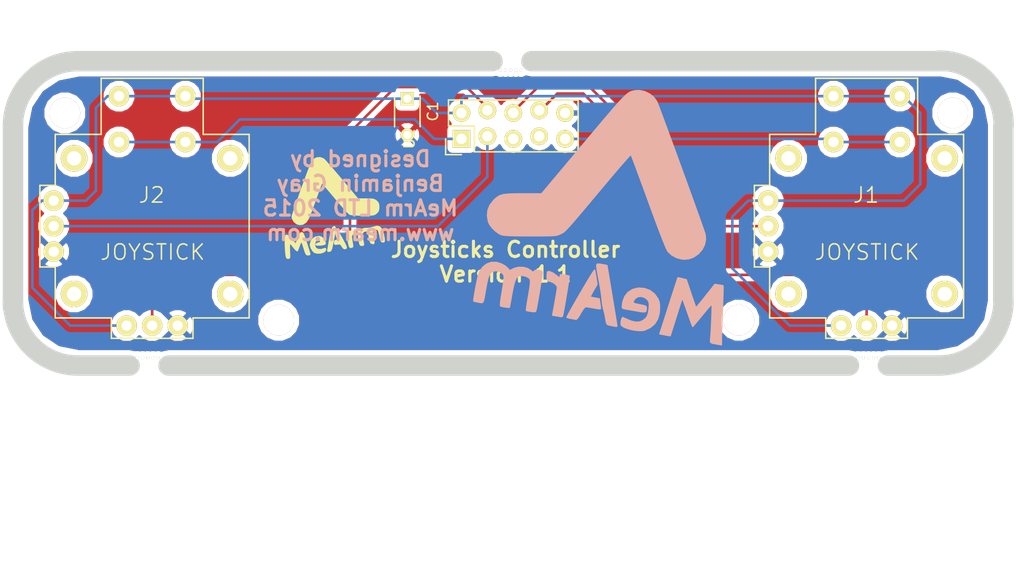
<source format=kicad_pcb>
(kicad_pcb (version 4) (host pcbnew "(2015-01-16 BZR 5376)-product")

  (general
    (links 22)
    (no_connects 0)
    (area 85.09 78.176 185.420001 135.200001)
    (thickness 1.6)
    (drawings 18)
    (tracks 72)
    (zones 0)
    (modules 25)
    (nets 11)
  )

  (page A4)
  (layers
    (0 F.Cu signal)
    (31 B.Cu signal)
    (32 B.Adhes user)
    (33 F.Adhes user)
    (34 B.Paste user)
    (35 F.Paste user)
    (36 B.SilkS user)
    (37 F.SilkS user)
    (38 B.Mask user)
    (39 F.Mask user)
    (40 Dwgs.User user)
    (41 Cmts.User user)
    (42 Eco1.User user)
    (43 Eco2.User user hide)
    (44 Edge.Cuts user)
    (45 Margin user)
    (46 B.CrtYd user)
    (47 F.CrtYd user)
    (48 B.Fab user)
    (49 F.Fab user)
  )

  (setup
    (last_trace_width 0.254)
    (user_trace_width 2)
    (trace_clearance 0.254)
    (zone_clearance 0.508)
    (zone_45_only no)
    (trace_min 0.254)
    (segment_width 0.2)
    (edge_width 2)
    (via_size 0.889)
    (via_drill 0.635)
    (via_min_size 0.889)
    (via_min_drill 0.508)
    (uvia_size 0.508)
    (uvia_drill 0.127)
    (uvias_allowed no)
    (uvia_min_size 0.508)
    (uvia_min_drill 0.127)
    (pcb_text_width 0.3)
    (pcb_text_size 1.5 1.5)
    (mod_edge_width 0.15)
    (mod_text_size 1 1)
    (mod_text_width 0.15)
    (pad_size 2 2)
    (pad_drill 1)
    (pad_to_mask_clearance 0)
    (aux_axis_origin 0 0)
    (visible_elements 7FFFFFFF)
    (pcbplotparams
      (layerselection 0x010f0_80000001)
      (usegerberextensions true)
      (excludeedgelayer true)
      (linewidth 0.100000)
      (plotframeref false)
      (viasonmask false)
      (mode 1)
      (useauxorigin false)
      (hpglpennumber 1)
      (hpglpenspeed 20)
      (hpglpendiameter 15)
      (hpglpenoverlay 2)
      (psnegative false)
      (psa4output false)
      (plotreference true)
      (plotvalue true)
      (plotinvisibletext false)
      (padsonsilk false)
      (subtractmaskfromsilk true)
      (outputformat 1)
      (mirror false)
      (drillshape 0)
      (scaleselection 1)
      (outputdirectory ""))
  )

  (net 0 "")
  (net 1 VCC)
  (net 2 GND)
  (net 3 A2)
  (net 4 A3)
  (net 5 S2)
  (net 6 A0)
  (net 7 A1)
  (net 8 S1)
  (net 9 "Net-(U1-Pad5)")
  (net 10 "Net-(U1-Pad7)")

  (net_class Default "This is the default net class."
    (clearance 0.254)
    (trace_width 0.254)
    (via_dia 0.889)
    (via_drill 0.635)
    (uvia_dia 0.508)
    (uvia_drill 0.127)
    (add_net A0)
    (add_net A1)
    (add_net A2)
    (add_net A3)
    (add_net GND)
    (add_net "Net-(U1-Pad5)")
    (add_net "Net-(U1-Pad7)")
    (add_net S1)
    (add_net S2)
    (add_net VCC)
  )

  (module Brains:JOYSTICKS (layer F.Cu) (tedit 55F2F52C) (tstamp 55140B3E)
    (at 170 100)
    (path /5513FB2B)
    (fp_text reference J1 (at -0.05 -3.05) (layer F.SilkS)
      (effects (font (size 1.5 1.5) (thickness 0.15)))
    )
    (fp_text value JOYSTICK (at 0.05 2.55) (layer F.SilkS)
      (effects (font (size 1.5 1.5) (thickness 0.15)))
    )
    (fp_line (start -11 4) (end -9.5 4) (layer F.SilkS) (width 0.15))
    (fp_line (start -9.5 4) (end -9.5 8.5) (layer F.SilkS) (width 0.15))
    (fp_line (start -9.5 8.5) (end -9.5 9) (layer F.SilkS) (width 0.15))
    (fp_line (start -9.5 9) (end -4 9) (layer F.SilkS) (width 0.15))
    (fp_line (start -4 9) (end -4 11) (layer F.SilkS) (width 0.15))
    (fp_line (start -4 11) (end 4 11) (layer F.SilkS) (width 0.15))
    (fp_line (start 4 11) (end 4 9) (layer F.SilkS) (width 0.15))
    (fp_line (start 4 9) (end 9.5 9) (layer F.SilkS) (width 0.15))
    (fp_line (start 9.5 9) (end 9.5 -8.5) (layer F.SilkS) (width 0.15))
    (fp_line (start 9.5 -8.5) (end 9.5 -9) (layer F.SilkS) (width 0.15))
    (fp_line (start 9.5 -9) (end 5 -9) (layer F.SilkS) (width 0.15))
    (fp_line (start 5 -9) (end 5 -14.5) (layer F.SilkS) (width 0.15))
    (fp_line (start 5 -14.5) (end -5 -14.5) (layer F.SilkS) (width 0.15))
    (fp_line (start -5 -14.5) (end -5 -9) (layer F.SilkS) (width 0.15))
    (fp_line (start -5 -9) (end -9.5 -9) (layer F.SilkS) (width 0.15))
    (fp_line (start -9.5 -9) (end -9.5 -4) (layer F.SilkS) (width 0.15))
    (fp_line (start -9.5 -4) (end -11 -4) (layer F.SilkS) (width 0.15))
    (fp_line (start -11 -4) (end -11 4) (layer F.SilkS) (width 0.15))
    (pad "" thru_hole circle (at -7.65 -6.65) (size 2.6 2.6) (drill 1.4) (layers *.Cu *.Mask F.SilkS))
    (pad "" thru_hole circle (at 7.65 -6.65) (size 2.6 2.6) (drill 1.4) (layers *.Cu *.Mask F.SilkS))
    (pad "" thru_hole circle (at 7.65 6.65) (size 2.6 2.6) (drill 1.4) (layers *.Cu *.Mask F.SilkS))
    (pad "" thru_hole circle (at -7.65 6.65) (size 2.6 2.6) (drill 1.4) (layers *.Cu *.Mask F.SilkS))
    (pad 4 thru_hole circle (at -9.65 0) (size 2 2) (drill 1) (layers *.Cu *.Mask F.SilkS)
      (net 3 A2))
    (pad 3 thru_hole circle (at -9.65 -2.5) (size 2 2) (drill 1) (layers *.Cu *.Mask F.SilkS)
      (net 1 VCC))
    (pad 5 thru_hole circle (at -9.65 2.5) (size 2 2) (drill 1) (layers *.Cu *.Mask F.SilkS)
      (net 2 GND))
    (pad 7 thru_hole circle (at 0 9.75) (size 2 2) (drill 1) (layers *.Cu *.Mask F.SilkS)
      (net 4 A3))
    (pad 6 thru_hole circle (at -2.5 9.75) (size 2 2) (drill 1) (layers *.Cu *.Mask F.SilkS)
      (net 1 VCC))
    (pad 8 thru_hole circle (at 2.5 9.75) (size 2 2) (drill 1) (layers *.Cu *.Mask F.SilkS)
      (net 2 GND))
    (pad 1 thru_hole circle (at -3.25 -8.25) (size 2 2) (drill 1) (layers *.Cu *.Mask F.SilkS)
      (net 5 S2))
    (pad 1 thru_hole circle (at 3.25 -8.25) (size 2 2) (drill 1) (layers *.Cu *.Mask F.SilkS)
      (net 5 S2))
    (pad 2 thru_hole circle (at 3.25 -12.75) (size 2 2) (drill 1) (layers *.Cu *.Mask F.SilkS)
      (net 1 VCC))
    (pad 2 thru_hole circle (at -3.25 -12.75) (size 2 2) (drill 1) (layers *.Cu *.Mask F.SilkS)
      (net 1 VCC))
  )

  (module JOYSTICKS (layer F.Cu) (tedit 55F2F4B7) (tstamp 55F18836)
    (at 100 100)
    (path /5513FA9E)
    (fp_text reference J2 (at -0.05 -3.05) (layer F.SilkS)
      (effects (font (size 1.5 1.5) (thickness 0.15)))
    )
    (fp_text value JOYSTICK (at 0.05 2.55) (layer F.SilkS)
      (effects (font (size 1.5 1.5) (thickness 0.15)))
    )
    (fp_line (start -11 4) (end -9.5 4) (layer F.SilkS) (width 0.15))
    (fp_line (start -9.5 4) (end -9.5 8.5) (layer F.SilkS) (width 0.15))
    (fp_line (start -9.5 8.5) (end -9.5 9) (layer F.SilkS) (width 0.15))
    (fp_line (start -9.5 9) (end -4 9) (layer F.SilkS) (width 0.15))
    (fp_line (start -4 9) (end -4 11) (layer F.SilkS) (width 0.15))
    (fp_line (start -4 11) (end 4 11) (layer F.SilkS) (width 0.15))
    (fp_line (start 4 11) (end 4 9) (layer F.SilkS) (width 0.15))
    (fp_line (start 4 9) (end 9.5 9) (layer F.SilkS) (width 0.15))
    (fp_line (start 9.5 9) (end 9.5 -8.5) (layer F.SilkS) (width 0.15))
    (fp_line (start 9.5 -8.5) (end 9.5 -9) (layer F.SilkS) (width 0.15))
    (fp_line (start 9.5 -9) (end 5 -9) (layer F.SilkS) (width 0.15))
    (fp_line (start 5 -9) (end 5 -14.5) (layer F.SilkS) (width 0.15))
    (fp_line (start 5 -14.5) (end -5 -14.5) (layer F.SilkS) (width 0.15))
    (fp_line (start -5 -14.5) (end -5 -9) (layer F.SilkS) (width 0.15))
    (fp_line (start -5 -9) (end -9.5 -9) (layer F.SilkS) (width 0.15))
    (fp_line (start -9.5 -9) (end -9.5 -4) (layer F.SilkS) (width 0.15))
    (fp_line (start -9.5 -4) (end -11 -4) (layer F.SilkS) (width 0.15))
    (fp_line (start -11 -4) (end -11 4) (layer F.SilkS) (width 0.15))
    (pad "" thru_hole circle (at -7.65 -6.65) (size 2.6 2.6) (drill 1.4) (layers *.Cu *.Mask F.SilkS))
    (pad "" thru_hole circle (at 7.65 -6.65) (size 2.6 2.6) (drill 1.4) (layers *.Cu *.Mask F.SilkS))
    (pad "" thru_hole circle (at 7.65 6.65) (size 2.6 2.6) (drill 1.4) (layers *.Cu *.Mask F.SilkS))
    (pad "" thru_hole circle (at -7.65 6.65) (size 2.6 2.6) (drill 1.4) (layers *.Cu *.Mask F.SilkS))
    (pad 4 thru_hole circle (at -9.65 0) (size 2 2) (drill 1) (layers *.Cu *.Mask F.SilkS)
      (net 6 A0))
    (pad 3 thru_hole circle (at -9.65 -2.5) (size 2 2) (drill 1) (layers *.Cu *.Mask F.SilkS)
      (net 1 VCC))
    (pad 5 thru_hole circle (at -9.65 2.5) (size 2 2) (drill 1) (layers *.Cu *.Mask F.SilkS)
      (net 2 GND))
    (pad 7 thru_hole circle (at 0 9.75) (size 2 2) (drill 1) (layers *.Cu *.Mask F.SilkS)
      (net 7 A1))
    (pad 6 thru_hole circle (at -2.5 9.75) (size 2 2) (drill 1) (layers *.Cu *.Mask F.SilkS)
      (net 1 VCC))
    (pad 8 thru_hole circle (at 2.5 9.75) (size 2 2) (drill 1) (layers *.Cu *.Mask F.SilkS)
      (net 2 GND))
    (pad 1 thru_hole circle (at -3.25 -8.25) (size 2 2) (drill 1) (layers *.Cu *.Mask F.SilkS)
      (net 8 S1))
    (pad 1 thru_hole circle (at 3.25 -8.25) (size 2 2) (drill 1) (layers *.Cu *.Mask F.SilkS)
      (net 8 S1))
    (pad 2 thru_hole circle (at 3.25 -12.75) (size 2 2) (drill 1) (layers *.Cu *.Mask F.SilkS)
      (net 1 VCC))
    (pad 2 thru_hole circle (at -3.25 -12.75) (size 2 2) (drill 1) (layers *.Cu *.Mask F.SilkS)
      (net 1 VCC))
  )

  (module Pin_Headers:Pin_Header_Straight_2x05 (layer F.Cu) (tedit 55140B43) (tstamp 55140B86)
    (at 130.302 91.44 90)
    (descr "Through hole pin header")
    (tags "pin header")
    (path /5513F1F6)
    (fp_text reference U1 (at 0 -5.1 90) (layer F.SilkS)
      (effects (font (size 1 1) (thickness 0.15)))
    )
    (fp_text value JoyConnectISP (at 0 -3.1 90) (layer F.Fab)
      (effects (font (size 1 1) (thickness 0.15)))
    )
    (fp_line (start -1.75 -1.75) (end -1.75 11.95) (layer F.CrtYd) (width 0.05))
    (fp_line (start 4.3 -1.75) (end 4.3 11.95) (layer F.CrtYd) (width 0.05))
    (fp_line (start -1.75 -1.75) (end 4.3 -1.75) (layer F.CrtYd) (width 0.05))
    (fp_line (start -1.75 11.95) (end 4.3 11.95) (layer F.CrtYd) (width 0.05))
    (fp_line (start 3.81 -1.27) (end 3.81 11.43) (layer F.SilkS) (width 0.15))
    (fp_line (start 3.81 11.43) (end -1.27 11.43) (layer F.SilkS) (width 0.15))
    (fp_line (start -1.27 11.43) (end -1.27 1.27) (layer F.SilkS) (width 0.15))
    (fp_line (start 3.81 -1.27) (end 1.27 -1.27) (layer F.SilkS) (width 0.15))
    (fp_line (start 0 -1.55) (end -1.55 -1.55) (layer F.SilkS) (width 0.15))
    (fp_line (start 1.27 -1.27) (end 1.27 1.27) (layer F.SilkS) (width 0.15))
    (fp_line (start 1.27 1.27) (end -1.27 1.27) (layer F.SilkS) (width 0.15))
    (fp_line (start -1.55 -1.55) (end -1.55 0) (layer F.SilkS) (width 0.15))
    (pad 1 thru_hole rect (at 0 0 90) (size 1.7272 1.7272) (drill 1.016) (layers *.Cu *.Mask F.SilkS)
      (net 8 S1))
    (pad 2 thru_hole oval (at 2.54 0 90) (size 1.7272 1.7272) (drill 1.016) (layers *.Cu *.Mask F.SilkS)
      (net 1 VCC))
    (pad 3 thru_hole oval (at 0.254 2.54 90) (size 1.7272 1.7272) (drill 1.016) (layers *.Cu *.Mask F.SilkS)
      (net 6 A0))
    (pad 4 thru_hole oval (at 2.794 2.54 90) (size 1.7272 1.7272) (drill 1.016) (layers *.Cu *.Mask F.SilkS)
      (net 7 A1))
    (pad 5 thru_hole oval (at 0 5.08 90) (size 1.7272 1.7272) (drill 1.016) (layers *.Cu *.Mask F.SilkS)
      (net 9 "Net-(U1-Pad5)"))
    (pad 6 thru_hole oval (at 2.54 5.08 90) (size 1.7272 1.7272) (drill 1.016) (layers *.Cu *.Mask F.SilkS)
      (net 3 A2))
    (pad 7 thru_hole oval (at 0.254 7.62 90) (size 1.7272 1.7272) (drill 1.016) (layers *.Cu *.Mask F.SilkS)
      (net 10 "Net-(U1-Pad7)"))
    (pad 8 thru_hole oval (at 2.794 7.62 90) (size 1.7272 1.7272) (drill 1.016) (layers *.Cu *.Mask F.SilkS)
      (net 4 A3))
    (pad 9 thru_hole oval (at 0 10.16 90) (size 1.7272 1.7272) (drill 1.016) (layers *.Cu *.Mask F.SilkS)
      (net 5 S2))
    (pad 10 thru_hole oval (at 2.54 10.16 90) (size 1.7272 1.7272) (drill 1.016) (layers *.Cu *.Mask F.SilkS)
      (net 2 GND))
    (model Pin_Headers.3dshapes/Pin_Header_Straight_2x05.wrl
      (at (xyz 0.05 -0.2 0))
      (scale (xyz 1 1 1))
      (rotate (xyz 0 0 90))
    )
  )

  (module Capacitors_ThroughHole:C_Disc_D3_P2.5 (layer F.Cu) (tedit 55F2E4D7) (tstamp 55140B2C)
    (at 125 87.5 270)
    (descr "Capacitor 3mm Disc, Pitch 2.5mm")
    (tags Capacitor)
    (path /5513FB6A)
    (fp_text reference C1 (at 1.25 -2.5 270) (layer F.SilkS)
      (effects (font (size 1 1) (thickness 0.15)))
    )
    (fp_text value C (at 1.25 2.5 270) (layer F.Fab)
      (effects (font (size 1 1) (thickness 0.15)))
    )
    (fp_line (start -0.9 -1.5) (end 3.4 -1.5) (layer F.CrtYd) (width 0.05))
    (fp_line (start 3.908 -1.5) (end 3.908 1.5) (layer F.CrtYd) (width 0.05))
    (fp_line (start 3.4 1.5) (end -0.9 1.5) (layer F.CrtYd) (width 0.05))
    (fp_line (start -0.9 1.5) (end -0.9 -1.5) (layer F.CrtYd) (width 0.05))
    (fp_line (start -0.25 -1.25) (end 2.75 -1.25) (layer F.SilkS) (width 0.15))
    (fp_line (start 2.75 1.25) (end -0.25 1.25) (layer F.SilkS) (width 0.15))
    (pad 1 thru_hole rect (at 0 0 270) (size 1.3 1.3) (drill 0.8) (layers *.Cu *.Mask F.SilkS)
      (net 1 VCC))
    (pad 2 thru_hole circle (at 3.556 0 270) (size 1.3 1.3) (drill 0.8001) (layers *.Cu *.Mask F.SilkS)
      (net 2 GND))
    (model Capacitors_ThroughHole.3dshapes/C_Disc_D3_P2.5.wrl
      (at (xyz 0.0492126 0 0))
      (scale (xyz 1 1 1))
      (rotate (xyz 0 0 0))
    )
  )

  (module brains:TinyDrillHole (layer F.Cu) (tedit 5579B018) (tstamp 55893BCF)
    (at 169.164 112.903)
    (fp_text reference "" (at 0 0) (layer F.SilkS)
      (effects (font (size 1 1) (thickness 0.15)))
    )
    (fp_text value "" (at 0 0 90) (layer F.SilkS)
      (effects (font (size 1 1) (thickness 0.15)))
    )
    (pad 2 thru_hole circle (at 0 0) (size 0.3 0.3) (drill 0.3) (layers *.Cu *.Mask F.SilkS))
  )

  (module brains:TinyDrillHole (layer F.Cu) (tedit 5579B018) (tstamp 55893BCB)
    (at 169.672 112.903)
    (fp_text reference "" (at 0 0) (layer F.SilkS)
      (effects (font (size 1 1) (thickness 0.15)))
    )
    (fp_text value "" (at 0 0 90) (layer F.SilkS)
      (effects (font (size 1 1) (thickness 0.15)))
    )
    (pad 2 thru_hole circle (at 0 0) (size 0.3 0.3) (drill 0.3) (layers *.Cu *.Mask F.SilkS))
  )

  (module brains:TinyDrillHole (layer F.Cu) (tedit 5579B018) (tstamp 55893BC7)
    (at 170.688 112.903)
    (fp_text reference "" (at 0 0) (layer F.SilkS)
      (effects (font (size 1 1) (thickness 0.15)))
    )
    (fp_text value "" (at 0 0 90) (layer F.SilkS)
      (effects (font (size 1 1) (thickness 0.15)))
    )
    (pad 2 thru_hole circle (at 0 0) (size 0.3 0.3) (drill 0.3) (layers *.Cu *.Mask F.SilkS))
  )

  (module brains:TinyDrillHole (layer F.Cu) (tedit 5579B018) (tstamp 55893BC3)
    (at 170.18 112.903)
    (fp_text reference "" (at 0 0) (layer F.SilkS)
      (effects (font (size 1 1) (thickness 0.15)))
    )
    (fp_text value "" (at 0 0 90) (layer F.SilkS)
      (effects (font (size 1 1) (thickness 0.15)))
    )
    (pad 2 thru_hole circle (at 0 0) (size 0.3 0.3) (drill 0.3) (layers *.Cu *.Mask F.SilkS))
  )

  (module brains:TinyDrillHole (layer F.Cu) (tedit 5579B018) (tstamp 55893BBF)
    (at 171.196 112.903)
    (fp_text reference "" (at 0 0) (layer F.SilkS)
      (effects (font (size 1 1) (thickness 0.15)))
    )
    (fp_text value "" (at 0 0 90) (layer F.SilkS)
      (effects (font (size 1 1) (thickness 0.15)))
    )
    (pad 2 thru_hole circle (at 0 0) (size 0.3 0.3) (drill 0.3) (layers *.Cu *.Mask F.SilkS))
  )

  (module brains:TinyDrillHole (layer F.Cu) (tedit 5579B018) (tstamp 55893BBB)
    (at 134.112 84.709)
    (fp_text reference "" (at 0 0) (layer F.SilkS)
      (effects (font (size 1 1) (thickness 0.15)))
    )
    (fp_text value "" (at 0 0 90) (layer F.SilkS)
      (effects (font (size 1 1) (thickness 0.15)))
    )
    (pad 2 thru_hole circle (at 0 0) (size 0.3 0.3) (drill 0.3) (layers *.Cu *.Mask F.SilkS))
  )

  (module brains:TinyDrillHole (layer F.Cu) (tedit 5579B018) (tstamp 55893BB7)
    (at 134.62 84.709)
    (fp_text reference "" (at 0 0) (layer F.SilkS)
      (effects (font (size 1 1) (thickness 0.15)))
    )
    (fp_text value "" (at 0 0 90) (layer F.SilkS)
      (effects (font (size 1 1) (thickness 0.15)))
    )
    (pad 2 thru_hole circle (at 0 0) (size 0.3 0.3) (drill 0.3) (layers *.Cu *.Mask F.SilkS))
  )

  (module brains:TinyDrillHole (layer F.Cu) (tedit 5579B018) (tstamp 55893BB3)
    (at 135.636 84.709)
    (fp_text reference "" (at 0 0) (layer F.SilkS)
      (effects (font (size 1 1) (thickness 0.15)))
    )
    (fp_text value "" (at 0 0 90) (layer F.SilkS)
      (effects (font (size 1 1) (thickness 0.15)))
    )
    (pad 2 thru_hole circle (at 0 0) (size 0.3 0.3) (drill 0.3) (layers *.Cu *.Mask F.SilkS))
  )

  (module brains:TinyDrillHole (layer F.Cu) (tedit 5579B018) (tstamp 55893BAF)
    (at 135.128 84.709)
    (fp_text reference "" (at 0 0) (layer F.SilkS)
      (effects (font (size 1 1) (thickness 0.15)))
    )
    (fp_text value "" (at 0 0 90) (layer F.SilkS)
      (effects (font (size 1 1) (thickness 0.15)))
    )
    (pad 2 thru_hole circle (at 0 0) (size 0.3 0.3) (drill 0.3) (layers *.Cu *.Mask F.SilkS))
  )

  (module brains:TinyDrillHole (layer F.Cu) (tedit 5579B018) (tstamp 55893BAB)
    (at 136.144 84.709)
    (fp_text reference "" (at 0 0) (layer F.SilkS)
      (effects (font (size 1 1) (thickness 0.15)))
    )
    (fp_text value "" (at 0 0 90) (layer F.SilkS)
      (effects (font (size 1 1) (thickness 0.15)))
    )
    (pad 2 thru_hole circle (at 0 0) (size 0.3 0.3) (drill 0.3) (layers *.Cu *.Mask F.SilkS))
  )

  (module brains:TinyDrillHole (layer F.Cu) (tedit 5579B018) (tstamp 55893BA7)
    (at 100.584 112.903)
    (fp_text reference "" (at 0 0) (layer F.SilkS)
      (effects (font (size 1 1) (thickness 0.15)))
    )
    (fp_text value "" (at 0 0 90) (layer F.SilkS)
      (effects (font (size 1 1) (thickness 0.15)))
    )
    (pad 2 thru_hole circle (at 0 0) (size 0.3 0.3) (drill 0.3) (layers *.Cu *.Mask F.SilkS))
  )

  (module brains:TinyDrillHole (layer F.Cu) (tedit 5579B018) (tstamp 55893BA3)
    (at 99.568 112.903)
    (fp_text reference "" (at 0 0) (layer F.SilkS)
      (effects (font (size 1 1) (thickness 0.15)))
    )
    (fp_text value "" (at 0 0 90) (layer F.SilkS)
      (effects (font (size 1 1) (thickness 0.15)))
    )
    (pad 2 thru_hole circle (at 0 0) (size 0.3 0.3) (drill 0.3) (layers *.Cu *.Mask F.SilkS))
  )

  (module brains:TinyDrillHole (layer F.Cu) (tedit 5579B018) (tstamp 55893B9F)
    (at 100.076 112.903)
    (fp_text reference "" (at 0 0) (layer F.SilkS)
      (effects (font (size 1 1) (thickness 0.15)))
    )
    (fp_text value "" (at 0 0 90) (layer F.SilkS)
      (effects (font (size 1 1) (thickness 0.15)))
    )
    (pad 2 thru_hole circle (at 0 0) (size 0.3 0.3) (drill 0.3) (layers *.Cu *.Mask F.SilkS))
  )

  (module brains:TinyDrillHole (layer F.Cu) (tedit 5579B018) (tstamp 55893B9B)
    (at 99.06 112.903)
    (fp_text reference "" (at 0 0) (layer F.SilkS)
      (effects (font (size 1 1) (thickness 0.15)))
    )
    (fp_text value "" (at 0 0 90) (layer F.SilkS)
      (effects (font (size 1 1) (thickness 0.15)))
    )
    (pad 2 thru_hole circle (at 0 0) (size 0.3 0.3) (drill 0.3) (layers *.Cu *.Mask F.SilkS))
  )

  (module Mounting_Hole (layer F.Cu) (tedit 55F184D3) (tstamp 55141662)
    (at 91.44 88.9)
    (fp_text reference "" (at 0 -5) (layer F.SilkS)
      (effects (font (size 1 1) (thickness 0.15)))
    )
    (fp_text value "" (at 0 5) (layer F.SilkS)
      (effects (font (size 1 1) (thickness 0.15)))
    )
    (pad "" thru_hole circle (at 0 0) (size 3 3) (drill 3) (layers *.Cu *.Mask F.SilkS))
  )

  (module Mounting_Hole (layer F.Cu) (tedit 55F184EF) (tstamp 5514165E)
    (at 157.48 109.22)
    (fp_text reference "" (at 0 -5) (layer F.SilkS)
      (effects (font (size 1 1) (thickness 0.15)))
    )
    (fp_text value "" (at 0 5) (layer F.SilkS)
      (effects (font (size 1 1) (thickness 0.15)))
    )
    (pad "" thru_hole circle (at 0 0) (size 3 3) (drill 3) (layers *.Cu *.Mask F.SilkS))
  )

  (module Mounting_Hole (layer F.Cu) (tedit 55F184E5) (tstamp 5514165A)
    (at 178.435 88.9)
    (fp_text reference "" (at 0 -5) (layer F.SilkS)
      (effects (font (size 1 1) (thickness 0.15)))
    )
    (fp_text value "" (at 0 5) (layer F.SilkS)
      (effects (font (size 1 1) (thickness 0.15)))
    )
    (pad "" thru_hole circle (at 0 0) (size 3 3) (drill 3) (layers *.Cu *.Mask F.SilkS))
  )

  (module Mounting_Hole (layer F.Cu) (tedit 55F184DD) (tstamp 55141600)
    (at 112.395 109.22)
    (fp_text reference "" (at 0 -5) (layer F.SilkS)
      (effects (font (size 1 1) (thickness 0.15)))
    )
    (fp_text value "" (at 0 5) (layer F.SilkS)
      (effects (font (size 1 1) (thickness 0.15)))
    )
    (pad "" thru_hole circle (at 0 0) (size 3 3) (drill 3) (layers *.Cu *.Mask F.SilkS))
  )

  (module brains:TinyDrillHole (layer F.Cu) (tedit 5579B018) (tstamp 55893B48)
    (at 98.552 112.903)
    (fp_text reference "" (at 0 0) (layer F.SilkS)
      (effects (font (size 1 1) (thickness 0.15)))
    )
    (fp_text value "" (at 0 0 90) (layer F.SilkS)
      (effects (font (size 1 1) (thickness 0.15)))
    )
    (pad 2 thru_hole circle (at 0 0) (size 0.3 0.3) (drill 0.3) (layers *.Cu *.Mask F.SilkS))
  )

  (module brains:MeArmLogo25mm (layer B.Cu) (tedit 55796BDC) (tstamp 55893D7F)
    (at 143.764 99.187 180)
    (fp_text reference G*** (at 0 0 180) (layer B.SilkS) hide
      (effects (font (thickness 0.3)) (justify mirror))
    )
    (fp_text value LOGO (at 0.75 0 180) (layer B.SilkS) hide
      (effects (font (thickness 0.3)) (justify mirror))
    )
    (fp_poly (pts (xy -5.957532 -11.387667) (xy -6.471266 -11.485801) (xy -6.741349 -11.535023) (xy -6.932376 -11.56534)
      (xy -6.99835 -11.570468) (xy -7.026289 -11.489431) (xy -7.097235 -11.269743) (xy -7.203881 -10.934439)
      (xy -7.338917 -10.506554) (xy -7.495034 -10.00912) (xy -7.58023 -9.736667) (xy -7.744714 -9.211848)
      (xy -7.892397 -8.744121) (xy -8.015856 -8.356709) (xy -8.107669 -8.072836) (xy -8.160412 -7.915725)
      (xy -8.169845 -7.891925) (xy -8.202954 -7.959552) (xy -8.281817 -8.162284) (xy -8.397176 -8.475076)
      (xy -8.539772 -8.872885) (xy -8.678473 -9.267758) (xy -8.83781 -9.721181) (xy -8.978428 -10.113388)
      (xy -9.090907 -10.418747) (xy -9.165828 -10.611628) (xy -9.19303 -10.668) (xy -9.252897 -10.605972)
      (xy -9.401676 -10.434184) (xy -9.62123 -10.174076) (xy -9.893419 -9.847091) (xy -10.124092 -9.567334)
      (xy -10.425219 -9.203631) (xy -10.688946 -8.89062) (xy -10.896794 -8.649791) (xy -11.030282 -8.502635)
      (xy -11.070567 -8.466667) (xy -11.081251 -8.54617) (xy -11.083699 -8.76454) (xy -11.078996 -9.091565)
      (xy -11.068228 -9.497036) (xy -11.052479 -9.950743) (xy -11.032835 -10.422474) (xy -11.010382 -10.882021)
      (xy -10.986204 -11.299172) (xy -10.961388 -11.643717) (xy -10.953011 -11.738811) (xy -10.928408 -11.984969)
      (xy -10.929682 -12.144067) (xy -10.98545 -12.241649) (xy -11.124328 -12.303258) (xy -11.374932 -12.354437)
      (xy -11.705166 -12.410194) (xy -12.022666 -12.464845) (xy -12.022216 -11.926256) (xy -12.025519 -11.697605)
      (xy -12.035059 -11.328299) (xy -12.049908 -10.846864) (xy -12.069139 -10.281826) (xy -12.091823 -9.661712)
      (xy -12.116293 -9.033465) (xy -12.139814 -8.420461) (xy -12.159034 -7.865011) (xy -12.173368 -7.388908)
      (xy -12.182229 -7.013944) (xy -12.185033 -6.761914) (xy -12.181193 -6.65461) (xy -12.180243 -6.652481)
      (xy -12.085651 -6.625564) (xy -11.880561 -6.587795) (xy -11.755701 -6.568557) (xy -11.361736 -6.511418)
      (xy -10.454609 -7.662561) (xy -10.15766 -8.035059) (xy -9.897436 -8.353273) (xy -9.691425 -8.596484)
      (xy -9.557116 -8.743969) (xy -9.512544 -8.778766) (xy -9.475451 -8.690733) (xy -9.394871 -8.469125)
      (xy -9.280352 -8.141182) (xy -9.141443 -7.734142) (xy -9.028801 -7.398747) (xy -8.579998 -6.053667)
      (xy -8.168064 -5.950324) (xy -7.929974 -5.894662) (xy -7.773733 -5.865865) (xy -7.740681 -5.865657)
      (xy -7.712094 -5.947721) (xy -7.637887 -6.172396) (xy -7.524112 -6.521037) (xy -7.376822 -6.974998)
      (xy -7.20207 -7.515634) (xy -7.005907 -8.124299) (xy -6.841381 -8.636) (xy -5.957532 -11.387667)
      (xy -5.957532 -11.387667)) (layer B.SilkS) (width 0.1))
    (fp_poly (pts (xy -2.16521 -10.367798) (xy -2.186054 -10.516404) (xy -2.198995 -10.538183) (xy -2.412445 -10.697785)
      (xy -2.748012 -10.840589) (xy -3.158619 -10.956735) (xy -3.597193 -11.036362) (xy -4.016658 -11.06961)
      (xy -4.369939 -11.046619) (xy -4.487881 -11.017615) (xy -5.043849 -10.761964) (xy -5.466563 -10.403848)
      (xy -5.758111 -9.940247) (xy -5.92058 -9.368142) (xy -5.958774 -8.89) (xy -5.949827 -8.499578)
      (xy -5.904503 -8.212719) (xy -5.811182 -7.965473) (xy -5.779522 -7.903356) (xy -5.447418 -7.447706)
      (xy -5.012262 -7.116318) (xy -4.497928 -6.921372) (xy -3.928292 -6.875045) (xy -3.787395 -6.887228)
      (xy -3.278882 -7.025646) (xy -2.859343 -7.299738) (xy -2.544848 -7.692342) (xy -2.351463 -8.186298)
      (xy -2.304748 -8.470675) (xy -2.286598 -8.715833) (xy -2.311672 -8.842192) (xy -2.406682 -8.89948)
      (xy -2.550947 -8.928987) (xy -2.756467 -8.965553) (xy -3.076944 -9.022802) (xy -3.460671 -9.091491)
      (xy -3.699736 -9.134347) (xy -4.110051 -9.204807) (xy -4.382297 -9.235089) (xy -4.544777 -9.216557)
      (xy -4.625791 -9.140574) (xy -4.653642 -8.998505) (xy -4.656666 -8.842355) (xy -4.653608 -8.747539)
      (xy -4.624618 -8.681027) (xy -4.539978 -8.629828) (xy -4.36997 -8.580947) (xy -4.084873 -8.521392)
      (xy -3.793428 -8.464951) (xy -3.499904 -8.391064) (xy -3.36598 -8.297311) (xy -3.382037 -8.157601)
      (xy -3.538456 -7.94584) (xy -3.583375 -7.895167) (xy -3.822792 -7.741394) (xy -4.114986 -7.709578)
      (xy -4.416289 -7.78249) (xy -4.683037 -7.9429) (xy -4.871562 -8.173578) (xy -4.938327 -8.42979)
      (xy -4.918771 -8.906242) (xy -4.846929 -9.329769) (xy -4.73222 -9.657501) (xy -4.636958 -9.801202)
      (xy -4.331468 -10.060481) (xy -3.997672 -10.199744) (xy -3.615445 -10.218599) (xy -3.164658 -10.116652)
      (xy -2.625184 -9.893511) (xy -2.354238 -9.756679) (xy -2.288749 -9.79805) (xy -2.227873 -9.951665)
      (xy -2.182922 -10.160566) (xy -2.16521 -10.367798) (xy -2.16521 -10.367798)) (layer B.SilkS) (width 0.1))
    (fp_poly (pts (xy 0.218379 -4.667589) (xy 0.210183 -4.83054) (xy 0.176421 -5.08361) (xy 0.114536 -5.447557)
      (xy 0.021972 -5.943133) (xy -0.05476 -6.340048) (xy -0.140286 -6.811495) (xy -0.216292 -7.289655)
      (xy -0.273773 -7.714297) (xy -0.301547 -7.991048) (xy -0.341218 -8.362831) (xy -0.401989 -8.728387)
      (xy -0.461332 -8.974667) (xy -0.548316 -9.296453) (xy -0.61863 -9.622183) (xy -0.630855 -9.694334)
      (xy -0.689528 -10.059929) (xy -0.740797 -10.292162) (xy -0.802942 -10.425047) (xy -0.894238 -10.492596)
      (xy -1.032964 -10.528824) (xy -1.084358 -10.538269) (xy -1.349139 -10.589263) (xy -1.573107 -10.637218)
      (xy -1.5875 -10.640626) (xy -1.734848 -10.649454) (xy -1.780488 -10.613679) (xy -1.767643 -10.515975)
      (xy -1.730007 -10.270724) (xy -1.67072 -9.897392) (xy -1.592922 -9.415447) (xy -1.499752 -8.844355)
      (xy -1.394352 -8.203582) (xy -1.294489 -7.600615) (xy -0.806003 -4.66023) (xy -0.361886 -4.568032)
      (xy -0.096963 -4.525435) (xy 0.102653 -4.5158) (xy 0.168299 -4.529027) (xy 0.203566 -4.574003)
      (xy 0.218379 -4.667589) (xy 0.218379 -4.667589)) (layer B.SilkS) (width 0.1))
    (fp_poly (pts (xy 3.132667 -9.754981) (xy 3.057701 -9.797992) (xy 2.869045 -9.845567) (xy 2.772834 -9.86241)
      (xy 2.513734 -9.906678) (xy 2.310046 -9.948258) (xy 2.27256 -9.957772) (xy 2.174195 -9.933599)
      (xy 2.048083 -9.798591) (xy 1.879101 -9.534368) (xy 1.779796 -9.35892) (xy 1.573115 -9.015225)
      (xy 1.404263 -8.797229) (xy 1.28551 -8.720767) (xy 1.285236 -8.720767) (xy 1.1361 -8.736096)
      (xy 0.874106 -8.776455) (xy 0.55242 -8.833555) (xy 0.509052 -8.841763) (xy 0.20248 -8.895014)
      (xy -0.033049 -8.926131) (xy -0.154285 -8.929634) (xy -0.160872 -8.926684) (xy -0.168009 -8.830478)
      (xy -0.149431 -8.618467) (xy -0.11959 -8.40489) (xy -0.042333 -7.919072) (xy 0.379144 -7.849003)
      (xy 0.626166 -7.803306) (xy 0.792845 -7.763768) (xy 0.831204 -7.748351) (xy 0.805853 -7.666608)
      (xy 0.711516 -7.476132) (xy 0.566584 -7.213237) (xy 0.515213 -7.124349) (xy 0.168637 -6.530931)
      (xy 0.264553 -5.868965) (xy 0.316844 -5.541773) (xy 0.368493 -5.27454) (xy 0.409826 -5.116231)
      (xy 0.416132 -5.101705) (xy 0.465727 -5.152918) (xy 0.586209 -5.330843) (xy 0.765406 -5.614629)
      (xy 0.991145 -5.983423) (xy 1.251253 -6.416376) (xy 1.533558 -6.892636) (xy 1.825887 -7.391352)
      (xy 2.116068 -7.891672) (xy 2.391926 -8.372746) (xy 2.641291 -8.813722) (xy 2.851989 -9.193749)
      (xy 3.011848 -9.491976) (xy 3.108694 -9.687553) (xy 3.132667 -9.754981) (xy 3.132667 -9.754981)) (layer B.SilkS) (width 0.1))
    (fp_poly (pts (xy 5.08 -5.711164) (xy 5.075341 -5.976896) (xy 5.04361 -6.12018) (xy 4.95818 -6.187901)
      (xy 4.792421 -6.226944) (xy 4.78642 -6.22807) (xy 4.51371 -6.326739) (xy 4.272119 -6.493717)
      (xy 4.109492 -6.688719) (xy 4.068189 -6.832791) (xy 4.084299 -6.966251) (xy 4.125919 -7.233193)
      (xy 4.187588 -7.600623) (xy 4.263844 -8.035547) (xy 4.306351 -8.271401) (xy 4.540325 -9.557801)
      (xy 4.196329 -9.611086) (xy 3.941972 -9.654581) (xy 3.743869 -9.695418) (xy 3.713995 -9.703105)
      (xy 3.584542 -9.669292) (xy 3.530436 -9.548753) (xy 3.483856 -9.326503) (xy 3.420988 -8.993577)
      (xy 3.346543 -8.578451) (xy 3.265229 -8.109597) (xy 3.181756 -7.615492) (xy 3.100832 -7.124608)
      (xy 3.027167 -6.66542) (xy 2.96547 -6.266403) (xy 2.92045 -5.956031) (xy 2.896816 -5.762777)
      (xy 2.895886 -5.711893) (xy 3.004511 -5.667981) (xy 3.209478 -5.621389) (xy 3.446776 -5.582478)
      (xy 3.652394 -5.561611) (xy 3.762321 -5.569147) (xy 3.764987 -5.571209) (xy 3.802766 -5.684093)
      (xy 3.81 -5.780215) (xy 3.825501 -5.864715) (xy 3.892007 -5.855355) (xy 4.039522 -5.741883)
      (xy 4.115739 -5.675766) (xy 4.478666 -5.409958) (xy 4.811227 -5.268366) (xy 4.958512 -5.249334)
      (xy 5.033049 -5.297236) (xy 5.070959 -5.459992) (xy 5.08 -5.711164) (xy 5.08 -5.711164)) (layer B.SilkS) (width 0.1))
    (fp_poly (pts (xy 12.26992 -8.148294) (xy 12.266091 -8.166385) (xy 12.171735 -8.19783) (xy 11.963698 -8.244827)
      (xy 11.791759 -8.277957) (xy 11.614431 -8.31306) (xy 11.486092 -8.328833) (xy 11.394179 -8.303003)
      (xy 11.326127 -8.213297) (xy 11.269372 -8.037442) (xy 11.211349 -7.753167) (xy 11.139495 -7.338198)
      (xy 11.086268 -7.027334) (xy 10.982553 -6.462551) (xy 10.888361 -6.040352) (xy 10.794485 -5.735028)
      (xy 10.691719 -5.520869) (xy 10.57086 -5.372163) (xy 10.463779 -5.28876) (xy 10.186568 -5.192261)
      (xy 9.878792 -5.211182) (xy 9.591827 -5.326941) (xy 9.377048 -5.52096) (xy 9.293165 -5.712101)
      (xy 9.293427 -5.866771) (xy 9.320874 -6.153756) (xy 9.371255 -6.538984) (xy 9.440315 -6.988381)
      (xy 9.486324 -7.259707) (xy 9.581251 -7.835372) (xy 9.638103 -8.261679) (xy 9.656343 -8.533595)
      (xy 9.635435 -8.64609) (xy 9.634136 -8.646987) (xy 9.515523 -8.685337) (xy 9.307131 -8.72824)
      (xy 9.070962 -8.765944) (xy 8.869013 -8.788701) (xy 8.763287 -8.78676) (xy 8.760042 -8.784443)
      (xy 8.740083 -8.698061) (xy 8.696766 -8.474229) (xy 8.635563 -8.14236) (xy 8.561946 -7.731865)
      (xy 8.521809 -7.504131) (xy 8.404204 -6.88538) (xy 8.291672 -6.416532) (xy 8.176612 -6.078629)
      (xy 8.051423 -5.852716) (xy 7.908503 -5.719836) (xy 7.786415 -5.670144) (xy 7.46254 -5.656254)
      (xy 7.118477 -5.739) (xy 6.844444 -5.896606) (xy 6.84306 -5.897854) (xy 6.774102 -5.971906)
      (xy 6.728376 -6.064071) (xy 6.707074 -6.19704) (xy 6.711383 -6.393504) (xy 6.742496 -6.676157)
      (xy 6.8016 -7.06769) (xy 6.889887 -7.590794) (xy 6.949863 -7.934527) (xy 7.019322 -8.348273)
      (xy 7.072167 -8.698387) (xy 7.104055 -8.953151) (xy 7.110644 -9.080847) (xy 7.107918 -9.08912)
      (xy 7.00906 -9.119672) (xy 6.797043 -9.159306) (xy 6.628654 -9.184226) (xy 6.370268 -9.213199)
      (xy 6.232575 -9.201312) (xy 6.169201 -9.135322) (xy 6.143278 -9.045632) (xy 6.085395 -8.765077)
      (xy 6.014179 -8.385854) (xy 5.934364 -7.937102) (xy 5.850686 -7.447957) (xy 5.76788 -6.947557)
      (xy 5.690678 -6.465039) (xy 5.623817 -6.02954) (xy 5.572031 -5.670197) (xy 5.540055 -5.416147)
      (xy 5.532622 -5.296527) (xy 5.53348 -5.292895) (xy 5.635725 -5.21354) (xy 5.839288 -5.146874)
      (xy 5.898133 -5.135589) (xy 6.142302 -5.118285) (xy 6.286847 -5.177406) (xy 6.328216 -5.22332)
      (xy 6.4139 -5.31053) (xy 6.504768 -5.288765) (xy 6.62455 -5.185645) (xy 6.984518 -4.956027)
      (xy 7.42384 -4.8381) (xy 7.889975 -4.837359) (xy 8.330383 -4.959299) (xy 8.410648 -4.998835)
      (xy 8.733121 -5.171671) (xy 8.90423 -4.95414) (xy 9.177115 -4.709137) (xy 9.554537 -4.502788)
      (xy 9.971768 -4.368964) (xy 10.049954 -4.354571) (xy 10.534145 -4.35649) (xy 10.976843 -4.51092)
      (xy 11.35604 -4.802164) (xy 11.649729 -5.214525) (xy 11.804026 -5.605666) (xy 11.865396 -5.85116)
      (xy 11.93837 -6.186585) (xy 12.016697 -6.57731) (xy 12.094128 -6.988701) (xy 12.164416 -7.386127)
      (xy 12.221309 -7.734956) (xy 12.258561 -8.000556) (xy 12.26992 -8.148294) (xy 12.26992 -8.148294)) (layer B.SilkS) (width 0.1))
    (fp_poly (pts (xy 10.927479 0.209205) (xy 10.828708 -0.381) (xy 10.682731 -0.686019) (xy 10.427042 -1.014065)
      (xy 10.107106 -1.320385) (xy 9.768386 -1.560227) (xy 9.515177 -1.673944) (xy 9.319827 -1.709307)
      (xy 8.991751 -1.736951) (xy 8.522845 -1.757171) (xy 7.905007 -1.770261) (xy 7.130132 -1.776517)
      (xy 6.678844 -1.777173) (xy 5.963636 -1.776564) (xy 5.396487 -1.774281) (xy 4.956124 -1.768847)
      (xy 4.621271 -1.758783) (xy 4.370656 -1.742612) (xy 4.183003 -1.718856) (xy 4.037039 -1.686037)
      (xy 3.911491 -1.642677) (xy 3.785083 -1.587299) (xy 3.756845 -1.574194) (xy 3.665467 -1.531463)
      (xy 3.581037 -1.488015) (xy 3.495274 -1.43462) (xy 3.399898 -1.362046) (xy 3.28663 -1.261062)
      (xy 3.14719 -1.122437) (xy 2.973298 -0.936941) (xy 2.756675 -0.695342) (xy 2.489041 -0.38841)
      (xy 2.162116 -0.006914) (xy 1.767621 0.458378) (xy 1.297275 1.016696) (xy 0.742799 1.677272)
      (xy 0.095914 2.449336) (xy -0.635 3.322221) (xy -1.141025 3.92384) (xy -1.614372 4.481383)
      (xy -2.043967 4.982186) (xy -2.418737 5.413581) (xy -2.727609 5.762903) (xy -2.959509 6.017486)
      (xy -3.103365 6.164664) (xy -3.147756 6.196437) (xy -3.186475 6.108311) (xy -3.277539 5.875273)
      (xy -3.415629 5.511628) (xy -3.595428 5.031676) (xy -3.811619 4.449722) (xy -4.058885 3.780068)
      (xy -4.331909 3.037017) (xy -4.625373 2.23487) (xy -4.869062 1.566333) (xy -5.290027 0.415587)
      (xy -5.657748 -0.576795) (xy -5.973045 -1.412918) (xy -6.236739 -2.094888) (xy -6.449653 -2.624811)
      (xy -6.612607 -3.004793) (xy -6.726422 -3.236938) (xy -6.768082 -3.302) (xy -7.14385 -3.651777)
      (xy -7.619361 -3.909226) (xy -8.138259 -4.047647) (xy -8.376486 -4.064) (xy -8.79373 -4.026259)
      (xy -9.18437 -3.895681) (xy -9.318736 -3.831167) (xy -9.771812 -3.517968) (xy -10.125606 -3.104931)
      (xy -10.363032 -2.625699) (xy -10.467009 -2.113914) (xy -10.430002 -1.642733) (xy -10.387331 -1.503193)
      (xy -10.291525 -1.219871) (xy -10.148072 -0.807846) (xy -9.962461 -0.282199) (xy -9.740179 0.34199)
      (xy -9.486715 1.049642) (xy -9.207556 1.825677) (xy -8.908191 2.655015) (xy -8.594109 3.522577)
      (xy -8.270796 4.413281) (xy -7.943741 5.312049) (xy -7.618433 6.2038) (xy -7.300359 7.073456)
      (xy -6.995007 7.905935) (xy -6.707866 8.686157) (xy -6.444424 9.399045) (xy -6.210168 10.029516)
      (xy -6.010587 10.562492) (xy -5.851169 10.982892) (xy -5.737402 11.275637) (xy -5.674774 11.425647)
      (xy -5.671624 11.432043) (xy -5.379993 11.832567) (xy -4.973412 12.159311) (xy -4.496615 12.389289)
      (xy -3.994338 12.499517) (xy -3.61638 12.488014) (xy -3.459451 12.462583) (xy -3.316971 12.43341)
      (xy -3.180472 12.391856) (xy -3.041487 12.329283) (xy -2.891551 12.237051) (xy -2.722195 12.106522)
      (xy -2.524954 11.929057) (xy -2.29136 11.696018) (xy -2.012948 11.398766) (xy -1.681249 11.028662)
      (xy -1.287798 10.577068) (xy -0.824128 10.035345) (xy -0.281772 9.394853) (xy 0.347737 8.646955)
      (xy 1.072866 7.783012) (xy 1.535019 7.23199) (xy 5.612284 2.370667) (xy 7.389486 2.370666)
      (xy 8.077728 2.367937) (xy 8.62152 2.356104) (xy 9.045709 2.329706) (xy 9.375138 2.283278)
      (xy 9.634653 2.211356) (xy 9.849099 2.108478) (xy 10.043321 1.969179) (xy 10.242163 1.787996)
      (xy 10.300563 1.730494) (xy 10.669816 1.266525) (xy 10.877843 0.763209) (xy 10.927479 0.209205)
      (xy 10.927479 0.209205)) (layer B.SilkS) (width 0.1))
  )

  (module brains:MeArmLogo10mm (layer F.Cu) (tedit 55796C0A) (tstamp 5589410F)
    (at 117.856 98.171)
    (fp_text reference G*** (at 0 0) (layer F.SilkS) hide
      (effects (font (thickness 0.3)))
    )
    (fp_text value LOGO (at 0.75 0) (layer F.SilkS) hide
      (effects (font (thickness 0.3)))
    )
    (fp_poly (pts (xy -2.40565 4.5085) (xy -2.408977 4.620311) (xy -2.539553 4.656127) (xy -2.573042 4.656667)
      (xy -2.687407 4.640694) (xy -2.772455 4.57016) (xy -2.849994 4.41114) (xy -2.941832 4.129711)
      (xy -2.967643 4.042833) (xy -3.063413 3.737471) (xy -3.149872 3.496137) (xy -3.210274 3.365038)
      (xy -3.215899 3.357896) (xy -3.275343 3.391073) (xy -3.359838 3.550167) (xy -3.430077 3.738896)
      (xy -3.520568 3.998891) (xy -3.598418 4.190305) (xy -3.633877 4.254236) (xy -3.709289 4.225198)
      (xy -3.85156 4.087973) (xy -4.025636 3.877654) (xy -4.20497 3.648128) (xy -4.309107 3.540421)
      (xy -4.36204 3.539109) (xy -4.387761 3.62877) (xy -4.38995 3.643463) (xy -4.400579 3.833606)
      (xy -4.39897 4.12584) (xy -4.387182 4.422212) (xy -4.373778 4.725713) (xy -4.383138 4.897555)
      (xy -4.424913 4.974905) (xy -4.508754 4.994928) (xy -4.536004 4.995333) (xy -4.638503 4.975761)
      (xy -4.702103 4.891684) (xy -4.744027 4.705059) (xy -4.771605 4.474913) (xy -4.800323 4.105683)
      (xy -4.820035 3.671573) (xy -4.826 3.331913) (xy -4.821577 3.010457) (xy -4.802161 2.82306)
      (xy -4.758537 2.734549) (xy -4.681485 2.709746) (xy -4.662852 2.709333) (xy -4.518033 2.776386)
      (xy -4.321566 2.956577) (xy -4.176019 3.12906) (xy -3.998896 3.348433) (xy -3.860024 3.501665)
      (xy -3.795736 3.552393) (xy -3.742923 3.480332) (xy -3.658092 3.287657) (xy -3.559288 3.015521)
      (xy -3.556 3.005667) (xy -3.439603 2.693574) (xy -3.338857 2.519926) (xy -3.236538 2.457052)
      (xy -3.213434 2.455333) (xy -3.160438 2.463208) (xy -3.110172 2.499134) (xy -3.055376 2.581562)
      (xy -2.98879 2.728943) (xy -2.903157 2.959729) (xy -2.791215 3.29237) (xy -2.645706 3.745319)
      (xy -2.459371 4.337026) (xy -2.40565 4.5085) (xy -2.40565 4.5085)) (layer F.SilkS) (width 0.1))
    (fp_poly (pts (xy -0.846666 4.126018) (xy -0.922216 4.283175) (xy -1.116315 4.402902) (xy -1.380139 4.473454)
      (xy -1.664862 4.483085) (xy -1.921661 4.420051) (xy -1.968502 4.395884) (xy -2.138434 4.227675)
      (xy -2.285077 3.97145) (xy -2.365722 3.70741) (xy -2.370666 3.640667) (xy -2.297538 3.316307)
      (xy -2.104705 3.054207) (xy -1.831995 2.883394) (xy -1.519237 2.832894) (xy -1.320713 2.875481)
      (xy -1.162343 2.98962) (xy -1.013847 3.178001) (xy -0.910538 3.382408) (xy -0.887731 3.544627)
      (xy -0.89854 3.571436) (xy -1.013374 3.632758) (xy -1.229193 3.67761) (xy -1.477946 3.69953)
      (xy -1.691579 3.692058) (xy -1.795891 3.656642) (xy -1.806667 3.579686) (xy -1.662991 3.51044)
      (xy -1.599026 3.492525) (xy -1.38606 3.408108) (xy -1.340533 3.306561) (xy -1.461107 3.184458)
      (xy -1.475128 3.175433) (xy -1.650744 3.136593) (xy -1.797322 3.225576) (xy -1.898231 3.401325)
      (xy -1.936838 3.622787) (xy -1.896511 3.848905) (xy -1.806838 3.994245) (xy -1.589279 4.11467)
      (xy -1.285056 4.115337) (xy -0.994833 4.02551) (xy -0.876731 4.011944) (xy -0.846666 4.126018)
      (xy -0.846666 4.126018)) (layer F.SilkS) (width 0.1))
    (fp_poly (pts (xy 0.07766 2.087345) (xy 0.049987 2.38402) (xy -0.018249 2.817652) (xy -0.128263 3.398792)
      (xy -0.203397 3.767667) (xy -0.273041 4.056952) (xy -0.344622 4.217664) (xy -0.440304 4.289353)
      (xy -0.504063 4.304166) (xy -0.644367 4.301152) (xy -0.66627 4.201239) (xy -0.652903 4.134832)
      (xy -0.621155 3.97214) (xy -0.571401 3.685834) (xy -0.511074 3.319712) (xy -0.461269 3.005667)
      (xy -0.374125 2.51866) (xy -0.28439 2.181222) (xy -0.183848 1.973679) (xy -0.064281 1.87636)
      (xy 0.016182 1.862667) (xy 0.065986 1.917078) (xy 0.07766 2.087345) (xy 0.07766 2.087345)) (layer F.SilkS) (width 0.1))
    (fp_poly (pts (xy 1.17687 3.919016) (xy 1.159684 3.996977) (xy 1.000308 4.056111) (xy 0.867149 3.986107)
      (xy 0.739506 3.800291) (xy 0.619529 3.626003) (xy 0.487526 3.570984) (xy 0.295006 3.592996)
      (xy 0.098447 3.618882) (xy 0.016649 3.577106) (xy 0.000012 3.440739) (xy 0 3.432836)
      (xy 0.038193 3.264939) (xy 0.169334 3.217333) (xy 0.297547 3.204409) (xy 0.327084 3.139053)
      (xy 0.264 2.981395) (xy 0.218713 2.892293) (xy 0.139023 2.557866) (xy 0.158035 2.370506)
      (xy 0.21731 2.080683) (xy 0.739173 3.006615) (xy 0.972791 3.435222) (xy 1.116989 3.73535)
      (xy 1.17687 3.919016) (xy 1.17687 3.919016)) (layer F.SilkS) (width 0.1))
    (fp_poly (pts (xy 2.032 2.370667) (xy 1.999051 2.508286) (xy 1.953381 2.54) (xy 1.834184 2.593864)
      (xy 1.753842 2.66092) (xy 1.691804 2.754206) (xy 1.674287 2.894653) (xy 1.700094 3.127232)
      (xy 1.73605 3.330629) (xy 1.788424 3.624374) (xy 1.802538 3.791769) (xy 1.772581 3.872656)
      (xy 1.692746 3.90688) (xy 1.650789 3.915429) (xy 1.55998 3.9208) (xy 1.494514 3.875644)
      (xy 1.440982 3.749964) (xy 1.385975 3.513763) (xy 1.324961 3.186542) (xy 1.260142 2.773393)
      (xy 1.245683 2.502774) (xy 1.286747 2.354023) (xy 1.388494 2.306479) (xy 1.538042 2.33371)
      (xy 1.685675 2.328314) (xy 1.733538 2.289444) (xy 1.856976 2.202957) (xy 1.981996 2.243011)
      (xy 2.032 2.370667) (xy 2.032 2.370667)) (layer F.SilkS) (width 0.1))
    (fp_poly (pts (xy 4.8959 3.200412) (xy 4.886124 3.332976) (xy 4.82717 3.381111) (xy 4.754984 3.386667)
      (xy 4.644967 3.366027) (xy 4.568634 3.28173) (xy 4.509939 3.100207) (xy 4.452837 2.787889)
      (xy 4.445062 2.738309) (xy 4.383822 2.476614) (xy 4.30023 2.267654) (xy 4.278819 2.233659)
      (xy 4.175792 2.134427) (xy 4.044897 2.141673) (xy 3.935918 2.186421) (xy 3.831618 2.239342)
      (xy 3.76735 2.30498) (xy 3.741118 2.414482) (xy 3.75093 2.598996) (xy 3.794792 2.889669)
      (xy 3.865396 3.288136) (xy 3.88831 3.47709) (xy 3.844645 3.546401) (xy 3.71699 3.542136)
      (xy 3.584893 3.492889) (xy 3.505743 3.362577) (xy 3.454506 3.132667) (xy 3.373152 2.718319)
      (xy 3.284326 2.455316) (xy 3.173982 2.325799) (xy 3.028075 2.311906) (xy 2.862192 2.379484)
      (xy 2.772924 2.45444) (xy 2.729049 2.579237) (xy 2.730047 2.783803) (xy 2.775398 3.098072)
      (xy 2.843586 3.450167) (xy 2.869027 3.637591) (xy 2.820271 3.712497) (xy 2.691216 3.725333)
      (xy 2.58995 3.714877) (xy 2.520488 3.66187) (xy 2.468864 3.533857) (xy 2.421108 3.298382)
      (xy 2.372381 2.9845) (xy 2.326712 2.649566) (xy 2.298195 2.383097) (xy 2.290818 2.225605)
      (xy 2.295248 2.201333) (xy 2.396687 2.166376) (xy 2.497667 2.159) (xy 2.694794 2.125068)
      (xy 2.776023 2.088532) (xy 2.928578 2.047238) (xy 3.160803 2.037796) (xy 3.199357 2.039912)
      (xy 3.492834 2.017623) (xy 3.794773 1.934228) (xy 3.827117 1.920436) (xy 4.152948 1.830382)
      (xy 4.415923 1.886528) (xy 4.620388 2.093142) (xy 4.770689 2.454496) (xy 4.866885 2.942167)
      (xy 4.8959 3.200412) (xy 4.8959 3.200412)) (layer F.SilkS) (width 0.1))
    (fp_poly (pts (xy 4.360334 -0.042333) (xy 4.340515 0.23197) (xy 4.261041 0.415387) (xy 4.122779 0.557664)
      (xy 4.015038 0.641847) (xy 3.900461 0.699085) (xy 3.745414 0.734548) (xy 3.516266 0.753405)
      (xy 3.179381 0.760824) (xy 2.793263 0.762) (xy 2.350364 0.754912) (xy 1.963465 0.735449)
      (xy 1.670149 0.706308) (xy 1.507996 0.670188) (xy 1.506817 0.669637) (xy 1.398428 0.579866)
      (xy 1.200912 0.378685) (xy 0.932202 0.085878) (xy 0.610236 -0.278774) (xy 0.252946 -0.695487)
      (xy 0.048871 -0.938512) (xy -0.308847 -1.365974) (xy -0.628745 -1.745001) (xy -0.895594 -2.057816)
      (xy -1.094168 -2.286644) (xy -1.209239 -2.413709) (xy -1.231927 -2.433649) (xy -1.264263 -2.351578)
      (xy -1.345443 -2.132765) (xy -1.467196 -1.799878) (xy -1.621249 -1.375585) (xy -1.799332 -0.882553)
      (xy -1.903673 -0.592667) (xy -2.136402 0.044985) (xy -2.325872 0.540113) (xy -2.480326 0.911505)
      (xy -2.608005 1.17795) (xy -2.717151 1.358236) (xy -2.804377 1.4605) (xy -3.111536 1.652648)
      (xy -3.448034 1.678236) (xy -3.723665 1.584583) (xy -3.958503 1.383074) (xy -4.112581 1.092564)
      (xy -4.147418 0.886087) (xy -4.11958 0.771316) (xy -4.041095 0.521302) (xy -3.920366 0.159505)
      (xy -3.765795 -0.290612) (xy -3.585782 -0.805589) (xy -3.38873 -1.361963) (xy -3.18304 -1.936274)
      (xy -2.977114 -2.50506) (xy -2.779354 -3.044861) (xy -2.59816 -3.532214) (xy -2.441935 -3.943658)
      (xy -2.319081 -4.255732) (xy -2.239353 -4.442131) (xy -2.025942 -4.719824) (xy -1.733575 -4.876041)
      (xy -1.407042 -4.900703) (xy -1.091135 -4.783734) (xy -1.005398 -4.719746) (xy -0.894019 -4.606276)
      (xy -0.69091 -4.381153) (xy -0.412344 -4.063144) (xy -0.074595 -3.671014) (xy 0.306065 -3.22353)
      (xy 0.713362 -2.739458) (xy 0.756263 -2.688167) (xy 2.295656 -0.846667) (xy 3.09044 -0.846667)
      (xy 3.47303 -0.842555) (xy 3.729239 -0.824564) (xy 3.901933 -0.784209) (xy 4.033979 -0.713004)
      (xy 4.122779 -0.642331) (xy 4.277235 -0.476464) (xy 4.346315 -0.284676) (xy 4.360334 -0.042333)
      (xy 4.360334 -0.042333)) (layer F.SilkS) (width 0.1))
  )

  (gr_text "Designed by\nBenjamin Gray\nMeArm LTD 2015\nwww.mearm.com" (at 120.396 97.028) (layer B.SilkS)
    (effects (font (size 1.5 1.5) (thickness 0.3)) (justify mirror))
  )
  (gr_line (start 183.388 90.17) (end 183.388 107.315) (angle 90) (layer Edge.Cuts) (width 2))
  (gr_line (start 177.165 113.665) (end 172.085 113.665) (angle 90) (layer Edge.Cuts) (width 2))
  (gr_line (start 101.6 113.665) (end 168.275 113.665) (angle 90) (layer Edge.Cuts) (width 2))
  (gr_line (start 137.16 83.82) (end 177.8 83.82) (angle 90) (layer Edge.Cuts) (width 2))
  (gr_line (start 92.71 83.82) (end 133.35 83.82) (angle 90) (layer Edge.Cuts) (width 2))
  (dimension 1.651 (width 0.3) (layer Cmts.User)
    (gr_text "1.651 mm" (at 170.2435 119.333) (layer Cmts.User)
      (effects (font (size 1.5 1.5) (thickness 0.3)))
    )
    (feature1 (pts (xy 169.418 112.522) (xy 169.418 120.683)))
    (feature2 (pts (xy 171.069 112.522) (xy 171.069 120.683)))
    (crossbar (pts (xy 171.069 117.983) (xy 169.418 117.983)))
    (arrow1a (pts (xy 169.418 117.983) (xy 170.544504 117.396579)))
    (arrow1b (pts (xy 169.418 117.983) (xy 170.544504 118.569421)))
    (arrow2a (pts (xy 171.069 117.983) (xy 169.942496 117.396579)))
    (arrow2b (pts (xy 171.069 117.983) (xy 169.942496 118.569421)))
  )
  (dimension 1.651 (width 0.3) (layer Cmts.User)
    (gr_text "1.651 mm" (at 135.4455 79.676) (layer Cmts.User)
      (effects (font (size 1.5 1.5) (thickness 0.3)))
    )
    (feature1 (pts (xy 136.271 84.963) (xy 136.271 78.326)))
    (feature2 (pts (xy 134.62 84.963) (xy 134.62 78.326)))
    (crossbar (pts (xy 134.62 81.026) (xy 136.271 81.026)))
    (arrow1a (pts (xy 136.271 81.026) (xy 135.144496 81.612421)))
    (arrow1b (pts (xy 136.271 81.026) (xy 135.144496 80.439579)))
    (arrow2a (pts (xy 134.62 81.026) (xy 135.746504 81.612421)))
    (arrow2b (pts (xy 134.62 81.026) (xy 135.746504 80.439579)))
  )
  (dimension 1.651 (width 0.3) (layer Cmts.User)
    (gr_text "1.651 mm" (at 99.6315 119.968) (layer Cmts.User)
      (effects (font (size 1.5 1.5) (thickness 0.3)))
    )
    (feature1 (pts (xy 100.457 113.538) (xy 100.457 121.318)))
    (feature2 (pts (xy 98.806 113.538) (xy 98.806 121.318)))
    (crossbar (pts (xy 98.806 118.618) (xy 100.457 118.618)))
    (arrow1a (pts (xy 100.457 118.618) (xy 99.330496 119.204421)))
    (arrow1b (pts (xy 100.457 118.618) (xy 99.330496 118.031579)))
    (arrow2a (pts (xy 98.806 118.618) (xy 99.932504 119.204421)))
    (arrow2b (pts (xy 98.806 118.618) (xy 99.932504 118.031579)))
  )
  (gr_line (start 92.71 113.665) (end 97.79 113.665) (angle 90) (layer Edge.Cuts) (width 2))
  (gr_arc (start 92.71 107.315) (end 86.36 107.315) (angle -90) (layer Edge.Cuts) (width 2) (tstamp 55893B60))
  (gr_arc (start 177.0761 90.1065) (end 183.4261 90.1065) (angle -90) (layer Edge.Cuts) (width 2) (tstamp 55893B5F))
  (gr_arc (start 177.0634 107.315) (end 183.4134 107.315) (angle 90) (layer Edge.Cuts) (width 2) (tstamp 55893B5C))
  (gr_line (start 86.36 90.17) (end 86.36 107.95) (angle 90) (layer Edge.Cuts) (width 2))
  (gr_arc (start 92.71 90.17) (end 86.36 90.17) (angle 90) (layer Edge.Cuts) (width 2))
  (gr_text "Joysticks Controller\nVersion 1.1" (at 134.62 103.505) (layer F.SilkS)
    (effects (font (size 1.5 1.5) (thickness 0.3)))
  )
  (gr_line (start 182.5 90) (end 182.5 107.5) (angle 90) (layer Edge.Cuts) (width 0.1))
  (dimension 70 (width 0.3) (layer Dwgs.User)
    (gr_text "70.000 mm" (at 135 133.85) (layer Dwgs.User)
      (effects (font (size 1.5 1.5) (thickness 0.3)))
    )
    (feature1 (pts (xy 170 112.5) (xy 170 135.2)))
    (feature2 (pts (xy 100 112.5) (xy 100 135.2)))
    (crossbar (pts (xy 100 132.5) (xy 170 132.5)))
    (arrow1a (pts (xy 170 132.5) (xy 168.873496 133.086421)))
    (arrow1b (pts (xy 170 132.5) (xy 168.873496 131.913579)))
    (arrow2a (pts (xy 100 132.5) (xy 101.126504 133.086421)))
    (arrow2b (pts (xy 100 132.5) (xy 101.126504 131.913579)))
  )

  (segment (start 96.75 87.25) (end 95.63 87.25) (width 0.254) (layer B.Cu) (net 1))
  (segment (start 93.508 97.5) (end 90.35 97.5) (width 0.254) (layer B.Cu) (net 1) (tstamp 55F2F6AE))
  (segment (start 94.488 96.52) (end 93.508 97.5) (width 0.254) (layer B.Cu) (net 1) (tstamp 55F2F6AC))
  (segment (start 94.488 88.392) (end 94.488 96.52) (width 0.254) (layer B.Cu) (net 1) (tstamp 55F2F6AA))
  (segment (start 95.63 87.25) (end 94.488 88.392) (width 0.254) (layer B.Cu) (net 1) (tstamp 55F2F6A9))
  (segment (start 160.35 97.5) (end 158.405 97.5) (width 0.254) (layer B.Cu) (net 1))
  (segment (start 162.455 109.75) (end 167.5 109.75) (width 0.254) (layer B.Cu) (net 1) (tstamp 55F2E855))
  (segment (start 156.845 104.14) (end 162.455 109.75) (width 0.254) (layer B.Cu) (net 1) (tstamp 55F2E853))
  (segment (start 156.845 99.06) (end 156.845 104.14) (width 0.254) (layer B.Cu) (net 1) (tstamp 55F2E851))
  (segment (start 158.405 97.5) (end 156.845 99.06) (width 0.254) (layer B.Cu) (net 1) (tstamp 55F2E850))
  (segment (start 173.25 87.25) (end 173.61 87.25) (width 0.254) (layer B.Cu) (net 1))
  (segment (start 173.61 87.25) (end 175.26 88.9) (width 0.254) (layer B.Cu) (net 1) (tstamp 55F2E847))
  (segment (start 173.645 97.5) (end 160.35 97.5) (width 0.254) (layer B.Cu) (net 1) (tstamp 55F2E84C))
  (segment (start 175.26 95.885) (end 173.645 97.5) (width 0.254) (layer B.Cu) (net 1) (tstamp 55F2E84A))
  (segment (start 175.26 88.9) (end 175.26 95.885) (width 0.254) (layer B.Cu) (net 1) (tstamp 55F2E848))
  (segment (start 166.75 87.25) (end 173.25 87.25) (width 0.254) (layer B.Cu) (net 1))
  (segment (start 130.302 88.9) (end 130.302 87.503) (width 0.254) (layer B.Cu) (net 1))
  (segment (start 130.555 87.25) (end 166.75 87.25) (width 0.254) (layer B.Cu) (net 1) (tstamp 55F2E83D))
  (segment (start 130.302 87.503) (end 130.555 87.25) (width 0.254) (layer B.Cu) (net 1) (tstamp 55F2E83B))
  (segment (start 125.04 87.46) (end 125 87.5) (width 0.254) (layer B.Cu) (net 1) (tstamp 551413AA))
  (segment (start 126.5 87.5) (end 127.9 88.9) (width 0.254) (layer B.Cu) (net 1) (tstamp 5527999F))
  (segment (start 127.9 88.9) (end 130.302 88.9) (width 0.254) (layer B.Cu) (net 1) (tstamp 552799A1))
  (segment (start 125 87.5) (end 126.5 87.5) (width 0.254) (layer B.Cu) (net 1))
  (segment (start 160.35 97.5) (end 159.73 97.5) (width 0.254) (layer F.Cu) (net 1))
  (segment (start 103.5 87.5) (end 103.25 87.25) (width 0.254) (layer B.Cu) (net 1) (tstamp 55F18919))
  (segment (start 125 87.5) (end 103.5 87.5) (width 0.254) (layer B.Cu) (net 1))
  (segment (start 103.25 87.25) (end 96.75 87.25) (width 0.254) (layer B.Cu) (net 1))
  (segment (start 89.19 97.5) (end 88.265 98.425) (width 0.254) (layer B.Cu) (net 1) (tstamp 55F18928))
  (segment (start 90.35 97.5) (end 89.19 97.5) (width 0.254) (layer B.Cu) (net 1))
  (segment (start 91.97 109.75) (end 97.5 109.75) (width 0.254) (layer B.Cu) (net 1) (tstamp 55F1892C))
  (segment (start 88.265 106.045) (end 91.97 109.75) (width 0.254) (layer B.Cu) (net 1) (tstamp 55F1892A))
  (segment (start 88.265 98.425) (end 88.265 106.045) (width 0.254) (layer B.Cu) (net 1) (tstamp 55F18929))
  (segment (start 173.25 87.25) (end 173.25 87.354) (width 0.254) (layer B.Cu) (net 1))
  (segment (start 135.382 88.9) (end 135.382 88.773) (width 0.254) (layer F.Cu) (net 3))
  (segment (start 135.382 88.773) (end 137.795 86.36) (width 0.254) (layer F.Cu) (net 3) (tstamp 55F2E82E))
  (segment (start 150.8 100) (end 160.35 100) (width 0.254) (layer F.Cu) (net 3) (tstamp 55F2E837))
  (segment (start 147.32 96.52) (end 150.8 100) (width 0.254) (layer F.Cu) (net 3) (tstamp 55F2E835))
  (segment (start 147.32 90.805) (end 147.32 96.52) (width 0.254) (layer F.Cu) (net 3) (tstamp 55F2E833))
  (segment (start 142.875 86.36) (end 147.32 90.805) (width 0.254) (layer F.Cu) (net 3) (tstamp 55F2E831))
  (segment (start 137.795 86.36) (end 142.875 86.36) (width 0.254) (layer F.Cu) (net 3) (tstamp 55F2E82F))
  (segment (start 137.922 88.138) (end 137.922 88.9) (width 0.254) (layer F.Cu) (net 4) (tstamp 55279BC9))
  (segment (start 139.7 86.995) (end 142.24 86.995) (width 0.254) (layer F.Cu) (net 4) (tstamp 55279BE9))
  (segment (start 142.24 86.995) (end 146.685 91.44) (width 0.254) (layer F.Cu) (net 4) (tstamp 55279BEE))
  (segment (start 146.685 91.44) (end 146.685 101.6) (width 0.254) (layer F.Cu) (net 4) (tstamp 55279BF1))
  (segment (start 146.685 101.6) (end 149.86 104.775) (width 0.254) (layer F.Cu) (net 4) (tstamp 55279BF3))
  (segment (start 149.86 104.775) (end 168.91 104.775) (width 0.254) (layer F.Cu) (net 4) (tstamp 55279BF5))
  (segment (start 168.91 104.775) (end 170 105.865) (width 0.254) (layer F.Cu) (net 4) (tstamp 55279BF7))
  (segment (start 170 105.865) (end 170 109.75) (width 0.254) (layer F.Cu) (net 4) (tstamp 55279BF9))
  (segment (start 137.922 88.773) (end 139.7 86.995) (width 0.254) (layer F.Cu) (net 4) (tstamp 55279BE8))
  (segment (start 137.922 88.9) (end 137.922 88.773) (width 0.254) (layer F.Cu) (net 4))
  (segment (start 166.75 91.75) (end 173.25 91.75) (width 0.254) (layer B.Cu) (net 5))
  (segment (start 140.462 91.44) (end 166.44 91.44) (width 0.254) (layer B.Cu) (net 5))
  (segment (start 166.44 91.44) (end 166.75 91.75) (width 0.254) (layer B.Cu) (net 5) (tstamp 55F2E842))
  (segment (start 132.54 91.742) (end 132.842 91.44) (width 0.254) (layer F.Cu) (net 6) (tstamp 5514143E))
  (segment (start 132.842 95.158) (end 128 100) (width 0.254) (layer B.Cu) (net 6) (tstamp 55279961))
  (segment (start 128 100) (end 90.35 100) (width 0.254) (layer B.Cu) (net 6) (tstamp 55279966))
  (segment (start 132.842 91.44) (end 132.842 95.158) (width 0.254) (layer B.Cu) (net 6))
  (segment (start 132.842 88.646) (end 132.842 88.392) (width 0.254) (layer F.Cu) (net 7))
  (segment (start 132.842 88.392) (end 130.81 86.36) (width 0.254) (layer F.Cu) (net 7) (tstamp 55F2E8F1))
  (segment (start 130.81 86.36) (end 123.825 86.36) (width 0.254) (layer F.Cu) (net 7) (tstamp 55F2E8F2))
  (segment (start 123.825 86.36) (end 119.38 90.805) (width 0.254) (layer F.Cu) (net 7) (tstamp 55F2E8F4))
  (segment (start 119.38 90.805) (end 119.38 100.33) (width 0.254) (layer F.Cu) (net 7) (tstamp 55F2E8F6))
  (segment (start 119.38 100.33) (end 114.935 104.775) (width 0.254) (layer F.Cu) (net 7) (tstamp 55F2E8F8))
  (segment (start 114.935 104.775) (end 102.235 104.775) (width 0.254) (layer F.Cu) (net 7) (tstamp 55F2E8FA))
  (segment (start 102.235 104.775) (end 100 107.01) (width 0.254) (layer F.Cu) (net 7) (tstamp 55F2E8FC))
  (segment (start 100 107.01) (end 100 109.75) (width 0.254) (layer F.Cu) (net 7) (tstamp 55F2E8FE))
  (segment (start 103.25 91.75) (end 106.37 91.75) (width 0.254) (layer B.Cu) (net 8))
  (segment (start 127.635 91.44) (end 130.302 91.44) (width 0.254) (layer B.Cu) (net 8) (tstamp 55F2E521))
  (segment (start 125.73 89.535) (end 127.635 91.44) (width 0.254) (layer B.Cu) (net 8) (tstamp 55F2E51F))
  (segment (start 108.585 89.535) (end 125.73 89.535) (width 0.254) (layer B.Cu) (net 8) (tstamp 55F2E51D))
  (segment (start 106.37 91.75) (end 108.585 89.535) (width 0.254) (layer B.Cu) (net 8) (tstamp 55F2E51B))
  (segment (start 96.75 91.75) (end 103.25 91.75) (width 0.254) (layer B.Cu) (net 8))

  (zone (net 2) (net_name GND) (layer B.Cu) (tstamp 55F18A79) (hatch edge 0.508)
    (connect_pads (clearance 0.508))
    (min_thickness 0.254)
    (fill yes (arc_segments 16) (thermal_gap 0.508) (thermal_bridge_width 0.508))
    (polygon
      (pts
        (xy 185.42 114.3) (xy 85.09 114.935) (xy 85.09 82.55) (xy 185.42 82.55)
      )
    )
    (filled_polygon
      (pts
        (xy 132.08 94.84237) (xy 127.68437 99.238) (xy 125.71941 99.238) (xy 125.71941 91.955016) (xy 125 91.235605)
        (xy 124.820395 91.41521) (xy 124.28059 91.955016) (xy 124.336271 92.185611) (xy 124.819078 92.353622) (xy 125.329428 92.324083)
        (xy 125.663729 92.185611) (xy 125.71941 91.955016) (xy 125.71941 99.238) (xy 91.80422 99.238) (xy 91.736894 99.075057)
        (xy 91.41224 98.749835) (xy 91.735278 98.427363) (xy 91.803942 98.262) (xy 93.508 98.262) (xy 93.508 98.261999)
        (xy 93.799604 98.203996) (xy 93.799605 98.203996) (xy 94.046815 98.038815) (xy 95.026815 97.058816) (xy 95.026815 97.058815)
        (xy 95.191996 96.811605) (xy 95.249999 96.52) (xy 95.25 96.52) (xy 95.25 92.401206) (xy 95.363106 92.674943)
        (xy 95.822637 93.135278) (xy 96.423352 93.384716) (xy 97.073795 93.385284) (xy 97.674943 93.136894) (xy 98.135278 92.677363)
        (xy 98.203942 92.512) (xy 101.795779 92.512) (xy 101.863106 92.674943) (xy 102.322637 93.135278) (xy 102.923352 93.384716)
        (xy 103.573795 93.385284) (xy 104.174943 93.136894) (xy 104.635278 92.677363) (xy 104.703942 92.512) (xy 105.90278 92.512)
        (xy 105.715337 92.963416) (xy 105.714665 93.733207) (xy 106.00863 94.444658) (xy 106.552479 94.989457) (xy 107.263416 95.284663)
        (xy 108.033207 95.285335) (xy 108.744658 94.99137) (xy 109.289457 94.447521) (xy 109.584663 93.736584) (xy 109.585335 92.966793)
        (xy 109.29137 92.255342) (xy 108.747521 91.710543) (xy 108.036584 91.415337) (xy 107.782514 91.415115) (xy 108.90063 90.297)
        (xy 124.061391 90.297) (xy 124.100982 90.33659) (xy 123.870389 90.392271) (xy 123.702378 90.875078) (xy 123.731917 91.385428)
        (xy 123.870389 91.719729) (xy 124.100984 91.77541) (xy 124.820395 91.056) (xy 124.806252 91.041857) (xy 124.985857 90.862252)
        (xy 125 90.876395) (xy 125.014142 90.862252) (xy 125.193747 91.041857) (xy 125.179605 91.056) (xy 125.899016 91.77541)
        (xy 126.129611 91.719729) (xy 126.297622 91.236922) (xy 126.29414 91.17677) (xy 127.096185 91.978815) (xy 127.343395 92.143996)
        (xy 127.343396 92.143996) (xy 127.635 92.202) (xy 128.79096 92.202) (xy 128.79096 92.3036) (xy 128.837937 92.545723)
        (xy 128.977727 92.758527) (xy 129.18876 92.900977) (xy 129.4384 92.95104) (xy 131.1656 92.95104) (xy 131.407723 92.904063)
        (xy 131.620527 92.764273) (xy 131.762977 92.55324) (xy 131.81304 92.3036) (xy 131.81304 92.295548) (xy 132.08 92.473925)
        (xy 132.08 94.84237)
      )
    )
    (filled_polygon
      (pts
        (xy 174.498 90.685919) (xy 174.177363 90.364722) (xy 173.576648 90.115284) (xy 172.926205 90.114716) (xy 172.325057 90.363106)
        (xy 171.864722 90.822637) (xy 171.796057 90.988) (xy 168.20422 90.988) (xy 168.136894 90.825057) (xy 167.677363 90.364722)
        (xy 167.076648 90.115284) (xy 166.426205 90.114716) (xy 165.825057 90.363106) (xy 165.509612 90.678) (xy 141.740183 90.678)
        (xy 141.52167 90.350971) (xy 141.250839 90.170007) (xy 141.668821 89.78849) (xy 141.916968 89.259027) (xy 141.796469 89.027)
        (xy 140.589 89.027) (xy 140.589 89.047) (xy 140.335 89.047) (xy 140.335 89.027) (xy 140.315 89.027)
        (xy 140.315 88.773) (xy 140.335 88.773) (xy 140.335 88.753) (xy 140.589 88.753) (xy 140.589 88.773)
        (xy 141.796469 88.773) (xy 141.916968 88.540973) (xy 141.66905 88.012) (xy 165.295779 88.012) (xy 165.363106 88.174943)
        (xy 165.822637 88.635278) (xy 166.423352 88.884716) (xy 167.073795 88.885284) (xy 167.674943 88.636894) (xy 168.135278 88.177363)
        (xy 168.203942 88.012) (xy 171.795779 88.012) (xy 171.863106 88.174943) (xy 172.322637 88.635278) (xy 172.923352 88.884716)
        (xy 173.573795 88.885284) (xy 173.994019 88.71165) (xy 174.498 89.21563) (xy 174.498 90.685919)
      )
    )
    (filled_polygon
      (pts
        (xy 181.762349 90.122995) (xy 181.753 90.17) (xy 181.753 107.281661) (xy 181.389898 109.107093) (xy 180.57037 110.333603)
        (xy 180.57037 88.477185) (xy 180.24602 87.6922) (xy 179.645959 87.091091) (xy 178.861541 86.765372) (xy 178.012185 86.76463)
        (xy 177.2272 87.08898) (xy 176.626091 87.689041) (xy 176.300372 88.473459) (xy 176.29963 89.322815) (xy 176.62398 90.1078)
        (xy 177.224041 90.708909) (xy 178.008459 91.034628) (xy 178.857815 91.03537) (xy 179.6428 90.71102) (xy 180.243909 90.110959)
        (xy 180.569628 89.326541) (xy 180.57037 88.477185) (xy 180.57037 110.333603) (xy 180.374758 110.626358) (xy 179.585335 111.153833)
        (xy 179.585335 106.266793) (xy 179.29137 105.555342) (xy 178.747521 105.010543) (xy 178.036584 104.715337) (xy 177.266793 104.714665)
        (xy 176.555342 105.00863) (xy 176.010543 105.552479) (xy 175.715337 106.263416) (xy 175.714665 107.033207) (xy 176.00863 107.744658)
        (xy 176.552479 108.289457) (xy 177.263416 108.584663) (xy 178.033207 108.585335) (xy 178.744658 108.29137) (xy 179.289457 107.747521)
        (xy 179.584663 107.036584) (xy 179.585335 106.266793) (xy 179.585335 111.153833) (xy 178.855494 111.641498) (xy 176.902365 112.03)
        (xy 174.145908 112.03) (xy 174.145908 110.014539) (xy 174.121856 109.36454) (xy 173.919387 108.875736) (xy 173.652532 108.777073)
        (xy 173.472927 108.956678) (xy 173.472927 108.597468) (xy 173.374264 108.330613) (xy 172.764539 108.104092) (xy 172.11454 108.128144)
        (xy 171.625736 108.330613) (xy 171.527073 108.597468) (xy 172.5 109.570395) (xy 173.472927 108.597468) (xy 173.472927 108.956678)
        (xy 172.679605 109.75) (xy 173.652532 110.722927) (xy 173.919387 110.624264) (xy 174.145908 110.014539) (xy 174.145908 112.03)
        (xy 173.472927 112.03) (xy 173.472927 110.902532) (xy 172.5 109.929605) (xy 171.527073 110.902532) (xy 171.625736 111.169387)
        (xy 172.235461 111.395908) (xy 172.88546 111.371856) (xy 173.374264 111.169387) (xy 173.472927 110.902532) (xy 173.472927 112.03)
        (xy 172.085 112.03) (xy 171.459313 112.154457) (xy 171.452025 112.159326) (xy 171.352831 112.118137) (xy 171.040539 112.117864)
        (xy 170.942114 112.158532) (xy 170.844831 112.118137) (xy 170.532539 112.117864) (xy 170.434114 112.158532) (xy 170.336831 112.118137)
        (xy 170.024539 112.117864) (xy 169.926114 112.158532) (xy 169.828831 112.118137) (xy 169.516539 112.117864) (xy 169.418114 112.158532)
        (xy 169.320831 112.118137) (xy 169.008539 112.117864) (xy 168.908057 112.159381) (xy 168.900687 112.154457) (xy 168.275 112.03)
        (xy 159.61537 112.03) (xy 159.61537 108.797185) (xy 159.29102 108.0122) (xy 158.690959 107.411091) (xy 157.906541 107.085372)
        (xy 157.057185 107.08463) (xy 156.2722 107.40898) (xy 155.671091 108.009041) (xy 155.345372 108.793459) (xy 155.34463 109.642815)
        (xy 155.66898 110.4278) (xy 156.269041 111.028909) (xy 157.053459 111.354628) (xy 157.902815 111.35537) (xy 158.6878 111.03102)
        (xy 159.288909 110.430959) (xy 159.614628 109.646541) (xy 159.61537 108.797185) (xy 159.61537 112.03) (xy 114.53037 112.03)
        (xy 114.53037 108.797185) (xy 114.20602 108.0122) (xy 113.605959 107.411091) (xy 112.821541 107.085372) (xy 111.972185 107.08463)
        (xy 111.1872 107.40898) (xy 110.586091 108.009041) (xy 110.260372 108.793459) (xy 110.25963 109.642815) (xy 110.58398 110.4278)
        (xy 111.184041 111.028909) (xy 111.968459 111.354628) (xy 112.817815 111.35537) (xy 113.6028 111.03102) (xy 114.203909 110.430959)
        (xy 114.529628 109.646541) (xy 114.53037 108.797185) (xy 114.53037 112.03) (xy 109.585335 112.03) (xy 109.585335 106.266793)
        (xy 109.29137 105.555342) (xy 108.747521 105.010543) (xy 108.036584 104.715337) (xy 107.266793 104.714665) (xy 106.555342 105.00863)
        (xy 106.010543 105.552479) (xy 105.715337 106.263416) (xy 105.714665 107.033207) (xy 106.00863 107.744658) (xy 106.552479 108.289457)
        (xy 107.263416 108.584663) (xy 108.033207 108.585335) (xy 108.744658 108.29137) (xy 109.289457 107.747521) (xy 109.584663 107.036584)
        (xy 109.585335 106.266793) (xy 109.585335 112.03) (xy 104.145908 112.03) (xy 104.145908 110.014539) (xy 104.121856 109.36454)
        (xy 103.919387 108.875736) (xy 103.652532 108.777073) (xy 103.472927 108.956678) (xy 103.472927 108.597468) (xy 103.374264 108.330613)
        (xy 102.764539 108.104092) (xy 102.11454 108.128144) (xy 101.625736 108.330613) (xy 101.527073 108.597468) (xy 102.5 109.570395)
        (xy 103.472927 108.597468) (xy 103.472927 108.956678) (xy 102.679605 109.75) (xy 103.652532 110.722927) (xy 103.919387 110.624264)
        (xy 104.145908 110.014539) (xy 104.145908 112.03) (xy 103.472927 112.03) (xy 103.472927 110.902532) (xy 102.5 109.929605)
        (xy 101.527073 110.902532) (xy 101.625736 111.169387) (xy 102.235461 111.395908) (xy 102.88546 111.371856) (xy 103.374264 111.169387)
        (xy 103.472927 110.902532) (xy 103.472927 112.03) (xy 101.6 112.03) (xy 100.974313 112.154457) (xy 100.918351 112.191849)
        (xy 100.740831 112.118137) (xy 100.428539 112.117864) (xy 100.330114 112.158532) (xy 100.232831 112.118137) (xy 99.920539 112.117864)
        (xy 99.822114 112.158532) (xy 99.724831 112.118137) (xy 99.412539 112.117864) (xy 99.314114 112.158532) (xy 99.216831 112.118137)
        (xy 98.904539 112.117864) (xy 98.806114 112.158532) (xy 98.708831 112.118137) (xy 98.396539 112.117864) (xy 98.342978 112.139994)
        (xy 97.79 112.03) (xy 92.871033 112.03) (xy 90.917906 111.641498) (xy 89.398641 110.626358) (xy 88.383501 109.107094)
        (xy 87.995 107.153965) (xy 87.995 106.85263) (xy 91.431184 110.288815) (xy 91.431185 110.288815) (xy 91.678395 110.453996)
        (xy 91.97 110.512) (xy 96.045779 110.512) (xy 96.113106 110.674943) (xy 96.572637 111.135278) (xy 97.173352 111.384716)
        (xy 97.823795 111.385284) (xy 98.424943 111.136894) (xy 98.750164 110.81224) (xy 99.072637 111.135278) (xy 99.673352 111.384716)
        (xy 100.323795 111.385284) (xy 100.924943 111.136894) (xy 101.341751 110.720813) (xy 101.347468 110.722927) (xy 102.320395 109.75)
        (xy 101.347468 108.777073) (xy 101.341278 108.779361) (xy 100.927363 108.364722) (xy 100.326648 108.115284) (xy 99.676205 108.114716)
        (xy 99.075057 108.363106) (xy 98.749835 108.687759) (xy 98.427363 108.364722) (xy 97.826648 108.115284) (xy 97.176205 108.114716)
        (xy 96.575057 108.363106) (xy 96.114722 108.822637) (xy 96.046057 108.988) (xy 92.28563 108.988) (xy 91.824689 108.527059)
        (xy 91.963416 108.584663) (xy 92.733207 108.585335) (xy 93.444658 108.29137) (xy 93.989457 107.747521) (xy 94.284663 107.036584)
        (xy 94.285335 106.266793) (xy 93.99137 105.555342) (xy 93.447521 105.010543) (xy 92.736584 104.715337) (xy 91.995908 104.71469)
        (xy 91.995908 102.764539) (xy 91.971856 102.11454) (xy 91.769387 101.625736) (xy 91.502532 101.527073) (xy 90.529605 102.5)
        (xy 91.502532 103.472927) (xy 91.769387 103.374264) (xy 91.995908 102.764539) (xy 91.995908 104.71469) (xy 91.966793 104.714665)
        (xy 91.322927 104.980704) (xy 91.322927 103.652532) (xy 90.35 102.679605) (xy 89.377073 103.652532) (xy 89.475736 103.919387)
        (xy 90.085461 104.145908) (xy 90.73546 104.121856) (xy 91.224264 103.919387) (xy 91.322927 103.652532) (xy 91.322927 104.980704)
        (xy 91.255342 105.00863) (xy 90.710543 105.552479) (xy 90.415337 106.263416) (xy 90.414665 107.033207) (xy 90.47369 107.17606)
        (xy 89.027 105.729369) (xy 89.027 103.4099) (xy 89.197468 103.472927) (xy 90.170395 102.5) (xy 89.197468 101.527073)
        (xy 89.027 101.590099) (xy 89.027 100.988948) (xy 89.379186 101.341751) (xy 89.377073 101.347468) (xy 90.35 102.320395)
        (xy 91.322927 101.347468) (xy 91.320638 101.341278) (xy 91.735278 100.927363) (xy 91.803942 100.762) (xy 128 100.762)
        (xy 128 100.761999) (xy 128.291604 100.703996) (xy 128.291605 100.703996) (xy 128.538815 100.538815) (xy 133.380815 95.696815)
        (xy 133.545996 95.449605) (xy 133.603999 95.158) (xy 133.604 95.158) (xy 133.604 92.473925) (xy 133.90167 92.275029)
        (xy 134.027141 92.087248) (xy 134.32233 92.529029) (xy 134.808511 92.853885) (xy 135.382 92.967959) (xy 135.955489 92.853885)
        (xy 136.44167 92.529029) (xy 136.736858 92.087248) (xy 136.86233 92.275029) (xy 137.348511 92.599885) (xy 137.922 92.713959)
        (xy 138.495489 92.599885) (xy 138.98167 92.275029) (xy 139.107141 92.087248) (xy 139.40233 92.529029) (xy 139.888511 92.853885)
        (xy 140.462 92.967959) (xy 141.035489 92.853885) (xy 141.52167 92.529029) (xy 141.740183 92.202) (xy 160.76111 92.202)
        (xy 160.710543 92.252479) (xy 160.415337 92.963416) (xy 160.414665 93.733207) (xy 160.70863 94.444658) (xy 161.252479 94.989457)
        (xy 161.963416 95.284663) (xy 162.733207 95.285335) (xy 163.444658 94.99137) (xy 163.989457 94.447521) (xy 164.284663 93.736584)
        (xy 164.285335 92.966793) (xy 163.99137 92.255342) (xy 163.938121 92.202) (xy 165.167689 92.202) (xy 165.363106 92.674943)
        (xy 165.822637 93.135278) (xy 166.423352 93.384716) (xy 167.073795 93.385284) (xy 167.674943 93.136894) (xy 168.135278 92.677363)
        (xy 168.203942 92.512) (xy 171.795779 92.512) (xy 171.863106 92.674943) (xy 172.322637 93.135278) (xy 172.923352 93.384716)
        (xy 173.573795 93.385284) (xy 174.174943 93.136894) (xy 174.498 92.814401) (xy 174.498 95.56937) (xy 173.32937 96.738)
        (xy 161.80422 96.738) (xy 161.736894 96.575057) (xy 161.277363 96.114722) (xy 160.676648 95.865284) (xy 160.026205 95.864716)
        (xy 159.425057 96.113106) (xy 158.964722 96.572637) (xy 158.896057 96.738) (xy 158.405 96.738) (xy 158.113395 96.796004)
        (xy 157.866185 96.961185) (xy 156.306185 98.521185) (xy 156.141004 98.768395) (xy 156.083 99.06) (xy 156.083 104.14)
        (xy 156.141004 104.431605) (xy 156.306185 104.678815) (xy 161.916185 110.288815) (xy 162.163395 110.453996) (xy 162.455 110.512)
        (xy 166.045779 110.512) (xy 166.113106 110.674943) (xy 166.572637 111.135278) (xy 167.173352 111.384716) (xy 167.823795 111.385284)
        (xy 168.424943 111.136894) (xy 168.750164 110.81224) (xy 169.072637 111.135278) (xy 169.673352 111.384716) (xy 170.323795 111.385284)
        (xy 170.924943 111.136894) (xy 171.341751 110.720813) (xy 171.347468 110.722927) (xy 172.320395 109.75) (xy 171.347468 108.777073)
        (xy 171.341278 108.779361) (xy 170.927363 108.364722) (xy 170.326648 108.115284) (xy 169.676205 108.114716) (xy 169.075057 108.363106)
        (xy 168.749835 108.687759) (xy 168.427363 108.364722) (xy 167.826648 108.115284) (xy 167.176205 108.114716) (xy 166.575057 108.363106)
        (xy 166.114722 108.822637) (xy 166.046057 108.988) (xy 162.77063 108.988) (xy 162.367645 108.585015) (xy 162.733207 108.585335)
        (xy 163.444658 108.29137) (xy 163.989457 107.747521) (xy 164.284663 107.036584) (xy 164.285335 106.266793) (xy 163.99137 105.555342)
        (xy 163.447521 105.010543) (xy 162.736584 104.715337) (xy 161.995908 104.71469) (xy 161.995908 102.764539) (xy 161.971856 102.11454)
        (xy 161.769387 101.625736) (xy 161.502532 101.527073) (xy 160.529605 102.5) (xy 161.502532 103.472927) (xy 161.769387 103.374264)
        (xy 161.995908 102.764539) (xy 161.995908 104.71469) (xy 161.966793 104.714665) (xy 161.322927 104.980704) (xy 161.322927 103.652532)
        (xy 160.35 102.679605) (xy 160.170395 102.85921) (xy 160.170395 102.5) (xy 159.197468 101.527073) (xy 158.930613 101.625736)
        (xy 158.704092 102.235461) (xy 158.728144 102.88546) (xy 158.930613 103.374264) (xy 159.197468 103.472927) (xy 160.170395 102.5)
        (xy 160.170395 102.85921) (xy 159.377073 103.652532) (xy 159.475736 103.919387) (xy 160.085461 104.145908) (xy 160.73546 104.121856)
        (xy 161.224264 103.919387) (xy 161.322927 103.652532) (xy 161.322927 104.980704) (xy 161.255342 105.00863) (xy 160.710543 105.552479)
        (xy 160.415337 106.263416) (xy 160.415014 106.632384) (xy 157.607 103.82437) (xy 157.607 99.37563) (xy 158.72063 98.262)
        (xy 158.895779 98.262) (xy 158.963106 98.424943) (xy 159.287759 98.750164) (xy 158.964722 99.072637) (xy 158.715284 99.673352)
        (xy 158.714716 100.323795) (xy 158.963106 100.924943) (xy 159.379186 101.341751) (xy 159.377073 101.347468) (xy 160.35 102.320395)
        (xy 161.322927 101.347468) (xy 161.320638 101.341278) (xy 161.735278 100.927363) (xy 161.984716 100.326648) (xy 161.985284 99.676205)
        (xy 161.736894 99.075057) (xy 161.41224 98.749835) (xy 161.735278 98.427363) (xy 161.803942 98.262) (xy 173.645 98.262)
        (xy 173.645 98.261999) (xy 173.936604 98.203996) (xy 173.936605 98.203996) (xy 174.183815 98.038815) (xy 175.798815 96.423815)
        (xy 175.963996 96.176605) (xy 175.963996 96.176604) (xy 176.022 95.885) (xy 176.022 94.458051) (xy 176.552479 94.989457)
        (xy 177.263416 95.284663) (xy 178.033207 95.285335) (xy 178.744658 94.99137) (xy 179.289457 94.447521) (xy 179.584663 93.736584)
        (xy 179.585335 92.966793) (xy 179.29137 92.255342) (xy 178.747521 91.710543) (xy 178.036584 91.415337) (xy 177.266793 91.414665)
        (xy 176.555342 91.70863) (xy 176.022 92.241041) (xy 176.022 88.9) (xy 175.963996 88.608395) (xy 175.798815 88.361185)
        (xy 175.798815 88.361184) (xy 174.884829 87.447198) (xy 174.885284 86.926205) (xy 174.636894 86.325057) (xy 174.177363 85.864722)
        (xy 173.576648 85.615284) (xy 172.926205 85.614716) (xy 172.325057 85.863106) (xy 171.864722 86.322637) (xy 171.796057 86.488)
        (xy 168.20422 86.488) (xy 168.136894 86.325057) (xy 167.677363 85.864722) (xy 167.076648 85.615284) (xy 166.426205 85.614716)
        (xy 165.825057 85.863106) (xy 165.364722 86.322637) (xy 165.296057 86.488) (xy 130.555 86.488) (xy 130.263395 86.546004)
        (xy 130.016185 86.711185) (xy 129.763185 86.964185) (xy 129.598004 87.211395) (xy 129.54 87.503) (xy 129.54 87.612074)
        (xy 129.24233 87.810971) (xy 129.023816 88.138) (xy 128.21563 88.138) (xy 127.038815 86.961185) (xy 126.791605 86.796004)
        (xy 126.5 86.738) (xy 126.275709 86.738) (xy 126.250463 86.607877) (xy 126.110673 86.395073) (xy 125.89964 86.252623)
        (xy 125.65 86.20256) (xy 124.35 86.20256) (xy 124.107877 86.249537) (xy 123.895073 86.389327) (xy 123.752623 86.60036)
        (xy 123.72502 86.738) (xy 104.807519 86.738) (xy 104.636894 86.325057) (xy 104.177363 85.864722) (xy 103.576648 85.615284)
        (xy 102.926205 85.614716) (xy 102.325057 85.863106) (xy 101.864722 86.322637) (xy 101.796057 86.488) (xy 98.20422 86.488)
        (xy 98.136894 86.325057) (xy 97.677363 85.864722) (xy 97.076648 85.615284) (xy 96.426205 85.614716) (xy 95.825057 85.863106)
        (xy 95.364722 86.322637) (xy 95.246466 86.607428) (xy 95.246466 86.607429) (xy 95.091185 86.711185) (xy 93.949185 87.853185)
        (xy 93.784004 88.100395) (xy 93.726 88.392) (xy 93.726 91.989508) (xy 93.57537 91.838615) (xy 93.57537 88.477185)
        (xy 93.25102 87.6922) (xy 92.650959 87.091091) (xy 91.866541 86.765372) (xy 91.017185 86.76463) (xy 90.2322 87.08898)
        (xy 89.631091 87.689041) (xy 89.305372 88.473459) (xy 89.30463 89.322815) (xy 89.62898 90.1078) (xy 90.229041 90.708909)
        (xy 91.013459 91.034628) (xy 91.862815 91.03537) (xy 92.6478 90.71102) (xy 93.248909 90.110959) (xy 93.574628 89.326541)
        (xy 93.57537 88.477185) (xy 93.57537 91.838615) (xy 93.447521 91.710543) (xy 92.736584 91.415337) (xy 91.966793 91.414665)
        (xy 91.255342 91.70863) (xy 90.710543 92.252479) (xy 90.415337 92.963416) (xy 90.414665 93.733207) (xy 90.70863 94.444658)
        (xy 91.252479 94.989457) (xy 91.963416 95.284663) (xy 92.733207 95.285335) (xy 93.444658 94.99137) (xy 93.726 94.710518)
        (xy 93.726 96.204369) (xy 93.192369 96.738) (xy 91.80422 96.738) (xy 91.736894 96.575057) (xy 91.277363 96.114722)
        (xy 90.676648 95.865284) (xy 90.026205 95.864716) (xy 89.425057 96.113106) (xy 88.964722 96.572637) (xy 88.861826 96.820438)
        (xy 88.651185 96.961184) (xy 87.995 97.617369) (xy 87.995 90.331034) (xy 88.383501 88.377905) (xy 89.398641 86.858641)
        (xy 90.917906 85.843501) (xy 92.871033 85.455) (xy 133.35 85.455) (xy 133.695884 85.386199) (xy 133.955169 85.493863)
        (xy 134.267461 85.494136) (xy 134.365885 85.453467) (xy 134.463169 85.493863) (xy 134.775461 85.494136) (xy 134.873885 85.453467)
        (xy 134.971169 85.493863) (xy 135.283461 85.494136) (xy 135.381885 85.453467) (xy 135.479169 85.493863) (xy 135.791461 85.494136)
        (xy 135.889885 85.453467) (xy 135.987169 85.493863) (xy 136.299461 85.494136) (xy 136.588086 85.374879) (xy 136.616185 85.346828)
        (xy 137.16 85.455) (xy 177.234301 85.455) (xy 178.868194 85.780001) (xy 180.387458 86.795141) (xy 181.402598 88.314406)
        (xy 181.762349 90.122995)
      )
    )
  )
  (zone (net 2) (net_name GND) (layer F.Cu) (tstamp 55F2E85A) (hatch edge 0.508)
    (connect_pads (clearance 0.508))
    (min_thickness 0.254)
    (fill yes (arc_segments 16) (thermal_gap 0.508) (thermal_bridge_width 0.508))
    (polygon
      (pts
        (xy 185.42 114.3) (xy 85.09 114.935) (xy 85.09 82.55) (xy 185.42 82.55)
      )
    )
    (filled_polygon
      (pts
        (xy 181.762349 90.122995) (xy 181.753 90.17) (xy 181.753 107.281661) (xy 181.389898 109.107093) (xy 180.57037 110.333603)
        (xy 180.57037 88.477185) (xy 180.24602 87.6922) (xy 179.645959 87.091091) (xy 178.861541 86.765372) (xy 178.012185 86.76463)
        (xy 177.2272 87.08898) (xy 176.626091 87.689041) (xy 176.300372 88.473459) (xy 176.29963 89.322815) (xy 176.62398 90.1078)
        (xy 177.224041 90.708909) (xy 178.008459 91.034628) (xy 178.857815 91.03537) (xy 179.6428 90.71102) (xy 180.243909 90.110959)
        (xy 180.569628 89.326541) (xy 180.57037 88.477185) (xy 180.57037 110.333603) (xy 180.374758 110.626358) (xy 179.585335 111.153833)
        (xy 179.585335 106.266793) (xy 179.585335 92.966793) (xy 179.29137 92.255342) (xy 178.747521 91.710543) (xy 178.036584 91.415337)
        (xy 177.266793 91.414665) (xy 176.555342 91.70863) (xy 176.010543 92.252479) (xy 175.715337 92.963416) (xy 175.714665 93.733207)
        (xy 176.00863 94.444658) (xy 176.552479 94.989457) (xy 177.263416 95.284663) (xy 178.033207 95.285335) (xy 178.744658 94.99137)
        (xy 179.289457 94.447521) (xy 179.584663 93.736584) (xy 179.585335 92.966793) (xy 179.585335 106.266793) (xy 179.29137 105.555342)
        (xy 178.747521 105.010543) (xy 178.036584 104.715337) (xy 177.266793 104.714665) (xy 176.555342 105.00863) (xy 176.010543 105.552479)
        (xy 175.715337 106.263416) (xy 175.714665 107.033207) (xy 176.00863 107.744658) (xy 176.552479 108.289457) (xy 177.263416 108.584663)
        (xy 178.033207 108.585335) (xy 178.744658 108.29137) (xy 179.289457 107.747521) (xy 179.584663 107.036584) (xy 179.585335 106.266793)
        (xy 179.585335 111.153833) (xy 178.855494 111.641498) (xy 176.902365 112.03) (xy 174.885284 112.03) (xy 174.885284 91.426205)
        (xy 174.885284 86.926205) (xy 174.636894 86.325057) (xy 174.177363 85.864722) (xy 173.576648 85.615284) (xy 172.926205 85.614716)
        (xy 172.325057 85.863106) (xy 171.864722 86.322637) (xy 171.615284 86.923352) (xy 171.614716 87.573795) (xy 171.863106 88.174943)
        (xy 172.322637 88.635278) (xy 172.923352 88.884716) (xy 173.573795 88.885284) (xy 174.174943 88.636894) (xy 174.635278 88.177363)
        (xy 174.884716 87.576648) (xy 174.885284 86.926205) (xy 174.885284 91.426205) (xy 174.636894 90.825057) (xy 174.177363 90.364722)
        (xy 173.576648 90.115284) (xy 172.926205 90.114716) (xy 172.325057 90.363106) (xy 171.864722 90.822637) (xy 171.615284 91.423352)
        (xy 171.614716 92.073795) (xy 171.863106 92.674943) (xy 172.322637 93.135278) (xy 172.923352 93.384716) (xy 173.573795 93.385284)
        (xy 174.174943 93.136894) (xy 174.635278 92.677363) (xy 174.884716 92.076648) (xy 174.885284 91.426205) (xy 174.885284 112.03)
        (xy 174.145908 112.03) (xy 174.145908 110.014539) (xy 174.121856 109.36454) (xy 173.919387 108.875736) (xy 173.652532 108.777073)
        (xy 173.472927 108.956678) (xy 173.472927 108.597468) (xy 173.374264 108.330613) (xy 172.764539 108.104092) (xy 172.11454 108.128144)
        (xy 171.625736 108.330613) (xy 171.527073 108.597468) (xy 172.5 109.570395) (xy 173.472927 108.597468) (xy 173.472927 108.956678)
        (xy 172.679605 109.75) (xy 173.652532 110.722927) (xy 173.919387 110.624264) (xy 174.145908 110.014539) (xy 174.145908 112.03)
        (xy 173.472927 112.03) (xy 173.472927 110.902532) (xy 172.5 109.929605) (xy 172.320395 110.10921) (xy 172.320395 109.75)
        (xy 171.347468 108.777073) (xy 171.341278 108.779361) (xy 170.927363 108.364722) (xy 170.762 108.296057) (xy 170.762 105.865)
        (xy 170.703996 105.573396) (xy 170.703996 105.573395) (xy 170.637834 105.474376) (xy 170.538816 105.326185) (xy 169.448815 104.236185)
        (xy 169.201605 104.071004) (xy 168.91 104.013) (xy 168.385284 104.013) (xy 168.385284 91.426205) (xy 168.385284 86.926205)
        (xy 168.136894 86.325057) (xy 167.677363 85.864722) (xy 167.076648 85.615284) (xy 166.426205 85.614716) (xy 165.825057 85.863106)
        (xy 165.364722 86.322637) (xy 165.115284 86.923352) (xy 165.114716 87.573795) (xy 165.363106 88.174943) (xy 165.822637 88.635278)
        (xy 166.423352 88.884716) (xy 167.073795 88.885284) (xy 167.674943 88.636894) (xy 168.135278 88.177363) (xy 168.384716 87.576648)
        (xy 168.385284 86.926205) (xy 168.385284 91.426205) (xy 168.136894 90.825057) (xy 167.677363 90.364722) (xy 167.076648 90.115284)
        (xy 166.426205 90.114716) (xy 165.825057 90.363106) (xy 165.364722 90.822637) (xy 165.115284 91.423352) (xy 165.114716 92.073795)
        (xy 165.363106 92.674943) (xy 165.822637 93.135278) (xy 166.423352 93.384716) (xy 167.073795 93.385284) (xy 167.674943 93.136894)
        (xy 168.135278 92.677363) (xy 168.384716 92.076648) (xy 168.385284 91.426205) (xy 168.385284 104.013) (xy 164.285335 104.013)
        (xy 164.285335 92.966793) (xy 163.99137 92.255342) (xy 163.447521 91.710543) (xy 162.736584 91.415337) (xy 161.966793 91.414665)
        (xy 161.255342 91.70863) (xy 160.710543 92.252479) (xy 160.415337 92.963416) (xy 160.414665 93.733207) (xy 160.70863 94.444658)
        (xy 161.252479 94.989457) (xy 161.963416 95.284663) (xy 162.733207 95.285335) (xy 163.444658 94.99137) (xy 163.989457 94.447521)
        (xy 164.284663 93.736584) (xy 164.285335 92.966793) (xy 164.285335 104.013) (xy 161.995908 104.013) (xy 161.995908 102.764539)
        (xy 161.971856 102.11454) (xy 161.769387 101.625736) (xy 161.502532 101.527073) (xy 160.529605 102.5) (xy 161.502532 103.472927)
        (xy 161.769387 103.374264) (xy 161.995908 102.764539) (xy 161.995908 104.013) (xy 160.998261 104.013) (xy 161.224264 103.919387)
        (xy 161.322927 103.652532) (xy 160.35 102.679605) (xy 160.170395 102.85921) (xy 160.170395 102.5) (xy 159.197468 101.527073)
        (xy 158.930613 101.625736) (xy 158.704092 102.235461) (xy 158.728144 102.88546) (xy 158.930613 103.374264) (xy 159.197468 103.472927)
        (xy 160.170395 102.5) (xy 160.170395 102.85921) (xy 159.377073 103.652532) (xy 159.475736 103.919387) (xy 159.727713 104.013)
        (xy 150.175629 104.013) (xy 147.447 101.28437) (xy 147.447 97.72463) (xy 150.261184 100.538815) (xy 150.261185 100.538815)
        (xy 150.508395 100.703996) (xy 150.8 100.762) (xy 158.895779 100.762) (xy 158.963106 100.924943) (xy 159.379186 101.341751)
        (xy 159.377073 101.347468) (xy 160.35 102.320395) (xy 161.322927 101.347468) (xy 161.320638 101.341278) (xy 161.735278 100.927363)
        (xy 161.984716 100.326648) (xy 161.985284 99.676205) (xy 161.736894 99.075057) (xy 161.41224 98.749835) (xy 161.735278 98.427363)
        (xy 161.984716 97.826648) (xy 161.985284 97.176205) (xy 161.736894 96.575057) (xy 161.277363 96.114722) (xy 160.676648 95.865284)
        (xy 160.026205 95.864716) (xy 159.425057 96.113106) (xy 158.964722 96.572637) (xy 158.715284 97.173352) (xy 158.714716 97.823795)
        (xy 158.963106 98.424943) (xy 159.287759 98.750164) (xy 158.964722 99.072637) (xy 158.896057 99.238) (xy 151.11563 99.238)
        (xy 148.082 96.204369) (xy 148.082 90.805) (xy 148.023996 90.513395) (xy 147.858815 90.266185) (xy 147.858815 90.266184)
        (xy 143.413815 85.821185) (xy 143.166605 85.656004) (xy 142.875 85.598) (xy 137.795 85.598) (xy 137.503395 85.656004)
        (xy 137.256184 85.821185) (xy 135.651685 87.425684) (xy 135.382 87.372041) (xy 134.808511 87.486115) (xy 134.32233 87.810971)
        (xy 134.196858 87.998751) (xy 133.90167 87.556971) (xy 133.415489 87.232115) (xy 132.842 87.118041) (xy 132.678244 87.150614)
        (xy 131.348815 85.821185) (xy 131.101605 85.656004) (xy 130.81 85.598) (xy 123.825 85.598) (xy 123.533395 85.656004)
        (xy 123.286184 85.821185) (xy 118.841185 90.266185) (xy 118.676004 90.513395) (xy 118.618 90.805) (xy 118.618 100.014369)
        (xy 114.619369 104.013) (xy 109.585335 104.013) (xy 109.585335 92.966793) (xy 109.29137 92.255342) (xy 108.747521 91.710543)
        (xy 108.036584 91.415337) (xy 107.266793 91.414665) (xy 106.555342 91.70863) (xy 106.010543 92.252479) (xy 105.715337 92.963416)
        (xy 105.714665 93.733207) (xy 106.00863 94.444658) (xy 106.552479 94.989457) (xy 107.263416 95.284663) (xy 108.033207 95.285335)
        (xy 108.744658 94.99137) (xy 109.289457 94.447521) (xy 109.584663 93.736584) (xy 109.585335 92.966793) (xy 109.585335 104.013)
        (xy 104.885284 104.013) (xy 104.885284 91.426205) (xy 104.885284 86.926205) (xy 104.636894 86.325057) (xy 104.177363 85.864722)
        (xy 103.576648 85.615284) (xy 102.926205 85.614716) (xy 102.325057 85.863106) (xy 101.864722 86.322637) (xy 101.615284 86.923352)
        (xy 101.614716 87.573795) (xy 101.863106 88.174943) (xy 102.322637 88.635278) (xy 102.923352 88.884716) (xy 103.573795 88.885284)
        (xy 104.174943 88.636894) (xy 104.635278 88.177363) (xy 104.884716 87.576648) (xy 104.885284 86.926205) (xy 104.885284 91.426205)
        (xy 104.636894 90.825057) (xy 104.177363 90.364722) (xy 103.576648 90.115284) (xy 102.926205 90.114716) (xy 102.325057 90.363106)
        (xy 101.864722 90.822637) (xy 101.615284 91.423352) (xy 101.614716 92.073795) (xy 101.863106 92.674943) (xy 102.322637 93.135278)
        (xy 102.923352 93.384716) (xy 103.573795 93.385284) (xy 104.174943 93.136894) (xy 104.635278 92.677363) (xy 104.884716 92.076648)
        (xy 104.885284 91.426205) (xy 104.885284 104.013) (xy 102.235 104.013) (xy 101.943395 104.071004) (xy 101.696184 104.236185)
        (xy 99.461185 106.471185) (xy 99.296004 106.718395) (xy 99.238 107.01) (xy 99.238 108.295779) (xy 99.075057 108.363106)
        (xy 98.749835 108.687759) (xy 98.427363 108.364722) (xy 98.385284 108.347249) (xy 98.385284 91.426205) (xy 98.385284 86.926205)
        (xy 98.136894 86.325057) (xy 97.677363 85.864722) (xy 97.076648 85.615284) (xy 96.426205 85.614716) (xy 95.825057 85.863106)
        (xy 95.364722 86.322637) (xy 95.115284 86.923352) (xy 95.114716 87.573795) (xy 95.363106 88.174943) (xy 95.822637 88.635278)
        (xy 96.423352 88.884716) (xy 97.073795 88.885284) (xy 97.674943 88.636894) (xy 98.135278 88.177363) (xy 98.384716 87.576648)
        (xy 98.385284 86.926205) (xy 98.385284 91.426205) (xy 98.136894 90.825057) (xy 97.677363 90.364722) (xy 97.076648 90.115284)
        (xy 96.426205 90.114716) (xy 95.825057 90.363106) (xy 95.364722 90.822637) (xy 95.115284 91.423352) (xy 95.114716 92.073795)
        (xy 95.363106 92.674943) (xy 95.822637 93.135278) (xy 96.423352 93.384716) (xy 97.073795 93.385284) (xy 97.674943 93.136894)
        (xy 98.135278 92.677363) (xy 98.384716 92.076648) (xy 98.385284 91.426205) (xy 98.385284 108.347249) (xy 97.826648 108.115284)
        (xy 97.176205 108.114716) (xy 96.575057 108.363106) (xy 96.114722 108.822637) (xy 95.865284 109.423352) (xy 95.864716 110.073795)
        (xy 96.113106 110.674943) (xy 96.572637 111.135278) (xy 97.173352 111.384716) (xy 97.823795 111.385284) (xy 98.424943 111.136894)
        (xy 98.750164 110.81224) (xy 99.072637 111.135278) (xy 99.673352 111.384716) (xy 100.323795 111.385284) (xy 100.924943 111.136894)
        (xy 101.341751 110.720813) (xy 101.347468 110.722927) (xy 102.320395 109.75) (xy 101.347468 108.777073) (xy 101.341278 108.779361)
        (xy 100.927363 108.364722) (xy 100.762 108.296057) (xy 100.762 107.32563) (xy 102.55063 105.537) (xy 106.026049 105.537)
        (xy 106.010543 105.552479) (xy 105.715337 106.263416) (xy 105.714665 107.033207) (xy 106.00863 107.744658) (xy 106.552479 108.289457)
        (xy 107.263416 108.584663) (xy 108.033207 108.585335) (xy 108.744658 108.29137) (xy 109.289457 107.747521) (xy 109.584663 107.036584)
        (xy 109.585335 106.266793) (xy 109.29137 105.555342) (xy 109.273059 105.537) (xy 114.935 105.537) (xy 114.935 105.536999)
        (xy 115.226604 105.478996) (xy 115.226605 105.478996) (xy 115.473815 105.313815) (xy 119.918815 100.868816) (xy 119.918815 100.868815)
        (xy 120.083996 100.621605) (xy 120.141999 100.33) (xy 120.142 100.33) (xy 120.142 91.12063) (xy 123.70256 87.56007)
        (xy 123.70256 88.15) (xy 123.749537 88.392123) (xy 123.889327 88.604927) (xy 124.10036 88.747377) (xy 124.35 88.79744)
        (xy 125.65 88.79744) (xy 125.892123 88.750463) (xy 126.104927 88.610673) (xy 126.247377 88.39964) (xy 126.29744 88.15)
        (xy 126.29744 87.122) (xy 130.49437 87.122) (xy 130.854262 87.481892) (xy 130.302 87.372041) (xy 129.728511 87.486115)
        (xy 129.24233 87.810971) (xy 128.917474 88.297152) (xy 128.8034 88.870641) (xy 128.8034 88.929359) (xy 128.917474 89.502848)
        (xy 129.2293 89.969529) (xy 129.196277 89.975937) (xy 128.983473 90.115727) (xy 128.841023 90.32676) (xy 128.79096 90.5764)
        (xy 128.79096 92.3036) (xy 128.837937 92.545723) (xy 128.977727 92.758527) (xy 129.18876 92.900977) (xy 129.4384 92.95104)
        (xy 131.1656 92.95104) (xy 131.407723 92.904063) (xy 131.620527 92.764273) (xy 131.762977 92.55324) (xy 131.81304 92.3036)
        (xy 131.81304 92.295548) (xy 132.268511 92.599885) (xy 132.842 92.713959) (xy 133.415489 92.599885) (xy 133.90167 92.275029)
        (xy 134.027141 92.087248) (xy 134.32233 92.529029) (xy 134.808511 92.853885) (xy 135.382 92.967959) (xy 135.955489 92.853885)
        (xy 136.44167 92.529029) (xy 136.736858 92.087248) (xy 136.86233 92.275029) (xy 137.348511 92.599885) (xy 137.922 92.713959)
        (xy 138.495489 92.599885) (xy 138.98167 92.275029) (xy 139.107141 92.087248) (xy 139.40233 92.529029) (xy 139.888511 92.853885)
        (xy 140.462 92.967959) (xy 141.035489 92.853885) (xy 141.52167 92.529029) (xy 141.846526 92.042848) (xy 141.9606 91.469359)
        (xy 141.9606 91.410641) (xy 141.846526 90.837152) (xy 141.52167 90.350971) (xy 141.250839 90.170007) (xy 141.668821 89.78849)
        (xy 141.916968 89.259027) (xy 141.796469 89.027) (xy 140.589 89.027) (xy 140.589 89.047) (xy 140.335 89.047)
        (xy 140.335 89.027) (xy 140.315 89.027) (xy 140.315 88.773) (xy 140.335 88.773) (xy 140.335 88.753)
        (xy 140.589 88.753) (xy 140.589 88.773) (xy 141.796469 88.773) (xy 141.916968 88.540973) (xy 141.668821 88.01151)
        (xy 141.389985 87.757) (xy 141.924369 87.757) (xy 145.923 91.75563) (xy 145.923 101.6) (xy 145.981004 101.891605)
        (xy 146.146185 102.138815) (xy 149.321185 105.313815) (xy 149.568395 105.478996) (xy 149.86 105.537) (xy 160.726049 105.537)
        (xy 160.710543 105.552479) (xy 160.415337 106.263416) (xy 160.414665 107.033207) (xy 160.70863 107.744658) (xy 161.252479 108.289457)
        (xy 161.963416 108.584663) (xy 162.733207 108.585335) (xy 163.444658 108.29137) (xy 163.989457 107.747521) (xy 164.284663 107.036584)
        (xy 164.285335 106.266793) (xy 163.99137 105.555342) (xy 163.973059 105.537) (xy 168.594369 105.537) (xy 169.238 106.18063)
        (xy 169.238 108.295779) (xy 169.075057 108.363106) (xy 168.749835 108.687759) (xy 168.427363 108.364722) (xy 167.826648 108.115284)
        (xy 167.176205 108.114716) (xy 166.575057 108.363106) (xy 166.114722 108.822637) (xy 165.865284 109.423352) (xy 165.864716 110.073795)
        (xy 166.113106 110.674943) (xy 166.572637 111.135278) (xy 167.173352 111.384716) (xy 167.823795 111.385284) (xy 168.424943 111.136894)
        (xy 168.750164 110.81224) (xy 169.072637 111.135278) (xy 169.673352 111.384716) (xy 170.323795 111.385284) (xy 170.924943 111.136894)
        (xy 171.341751 110.720813) (xy 171.347468 110.722927) (xy 172.320395 109.75) (xy 172.320395 110.10921) (xy 171.527073 110.902532)
        (xy 171.625736 111.169387) (xy 172.235461 111.395908) (xy 172.88546 111.371856) (xy 173.374264 111.169387) (xy 173.472927 110.902532)
        (xy 173.472927 112.03) (xy 172.085 112.03) (xy 171.459313 112.154457) (xy 171.452025 112.159326) (xy 171.352831 112.118137)
        (xy 171.040539 112.117864) (xy 170.942114 112.158532) (xy 170.844831 112.118137) (xy 170.532539 112.117864) (xy 170.434114 112.158532)
        (xy 170.336831 112.118137) (xy 170.024539 112.117864) (xy 169.926114 112.158532) (xy 169.828831 112.118137) (xy 169.516539 112.117864)
        (xy 169.418114 112.158532) (xy 169.320831 112.118137) (xy 169.008539 112.117864) (xy 168.908057 112.159381) (xy 168.900687 112.154457)
        (xy 168.275 112.03) (xy 159.61537 112.03) (xy 159.61537 108.797185) (xy 159.29102 108.0122) (xy 158.690959 107.411091)
        (xy 157.906541 107.085372) (xy 157.057185 107.08463) (xy 156.2722 107.40898) (xy 155.671091 108.009041) (xy 155.345372 108.793459)
        (xy 155.34463 109.642815) (xy 155.66898 110.4278) (xy 156.269041 111.028909) (xy 157.053459 111.354628) (xy 157.902815 111.35537)
        (xy 158.6878 111.03102) (xy 159.288909 110.430959) (xy 159.614628 109.646541) (xy 159.61537 108.797185) (xy 159.61537 112.03)
        (xy 126.297622 112.03) (xy 126.297622 91.236922) (xy 126.268083 90.726572) (xy 126.129611 90.392271) (xy 125.899016 90.33659)
        (xy 125.71941 90.516195) (xy 125.71941 90.156984) (xy 125.663729 89.926389) (xy 125.180922 89.758378) (xy 124.670572 89.787917)
        (xy 124.336271 89.926389) (xy 124.28059 90.156984) (xy 125 90.876395) (xy 125.71941 90.156984) (xy 125.71941 90.516195)
        (xy 125.179605 91.056) (xy 125.899016 91.77541) (xy 126.129611 91.719729) (xy 126.297622 91.236922) (xy 126.297622 112.03)
        (xy 125.71941 112.03) (xy 125.71941 91.955016) (xy 125 91.235605) (xy 124.820395 91.41521) (xy 124.820395 91.056)
        (xy 124.100984 90.33659) (xy 123.870389 90.392271) (xy 123.702378 90.875078) (xy 123.731917 91.385428) (xy 123.870389 91.719729)
        (xy 124.100984 91.77541) (xy 124.820395 91.056) (xy 124.820395 91.41521) (xy 124.28059 91.955016) (xy 124.336271 92.185611)
        (xy 124.819078 92.353622) (xy 125.329428 92.324083) (xy 125.663729 92.185611) (xy 125.71941 91.955016) (xy 125.71941 112.03)
        (xy 114.53037 112.03) (xy 114.53037 108.797185) (xy 114.20602 108.0122) (xy 113.605959 107.411091) (xy 112.821541 107.085372)
        (xy 111.972185 107.08463) (xy 111.1872 107.40898) (xy 110.586091 108.009041) (xy 110.260372 108.793459) (xy 110.25963 109.642815)
        (xy 110.58398 110.4278) (xy 111.184041 111.028909) (xy 111.968459 111.354628) (xy 112.817815 111.35537) (xy 113.6028 111.03102)
        (xy 114.203909 110.430959) (xy 114.529628 109.646541) (xy 114.53037 108.797185) (xy 114.53037 112.03) (xy 104.145908 112.03)
        (xy 104.145908 110.014539) (xy 104.121856 109.36454) (xy 103.919387 108.875736) (xy 103.652532 108.777073) (xy 103.472927 108.956678)
        (xy 103.472927 108.597468) (xy 103.374264 108.330613) (xy 102.764539 108.104092) (xy 102.11454 108.128144) (xy 101.625736 108.330613)
        (xy 101.527073 108.597468) (xy 102.5 109.570395) (xy 103.472927 108.597468) (xy 103.472927 108.956678) (xy 102.679605 109.75)
        (xy 103.652532 110.722927) (xy 103.919387 110.624264) (xy 104.145908 110.014539) (xy 104.145908 112.03) (xy 103.472927 112.03)
        (xy 103.472927 110.902532) (xy 102.5 109.929605) (xy 101.527073 110.902532) (xy 101.625736 111.169387) (xy 102.235461 111.395908)
        (xy 102.88546 111.371856) (xy 103.374264 111.169387) (xy 103.472927 110.902532) (xy 103.472927 112.03) (xy 101.6 112.03)
        (xy 100.974313 112.154457) (xy 100.918351 112.191849) (xy 100.740831 112.118137) (xy 100.428539 112.117864) (xy 100.330114 112.158532)
        (xy 100.232831 112.118137) (xy 99.920539 112.117864) (xy 99.822114 112.158532) (xy 99.724831 112.118137) (xy 99.412539 112.117864)
        (xy 99.314114 112.158532) (xy 99.216831 112.118137) (xy 98.904539 112.117864) (xy 98.806114 112.158532) (xy 98.708831 112.118137)
        (xy 98.396539 112.117864) (xy 98.342978 112.139994) (xy 97.79 112.03) (xy 94.285335 112.03) (xy 94.285335 106.266793)
        (xy 94.285335 92.966793) (xy 93.99137 92.255342) (xy 93.57537 91.838615) (xy 93.57537 88.477185) (xy 93.25102 87.6922)
        (xy 92.650959 87.091091) (xy 91.866541 86.765372) (xy 91.017185 86.76463) (xy 90.2322 87.08898) (xy 89.631091 87.689041)
        (xy 89.305372 88.473459) (xy 89.30463 89.322815) (xy 89.62898 90.1078) (xy 90.229041 90.708909) (xy 91.013459 91.034628)
        (xy 91.862815 91.03537) (xy 92.6478 90.71102) (xy 93.248909 90.110959) (xy 93.574628 89.326541) (xy 93.57537 88.477185)
        (xy 93.57537 91.838615) (xy 93.447521 91.710543) (xy 92.736584 91.415337) (xy 91.966793 91.414665) (xy 91.255342 91.70863)
        (xy 90.710543 92.252479) (xy 90.415337 92.963416) (xy 90.414665 93.733207) (xy 90.70863 94.444658) (xy 91.252479 94.989457)
        (xy 91.963416 95.284663) (xy 92.733207 95.285335) (xy 93.444658 94.99137) (xy 93.989457 94.447521) (xy 94.284663 93.736584)
        (xy 94.285335 92.966793) (xy 94.285335 106.266793) (xy 93.99137 105.555342) (xy 93.447521 105.010543) (xy 92.736584 104.715337)
        (xy 91.995908 104.71469) (xy 91.995908 102.764539) (xy 91.985284 102.477428) (xy 91.985284 99.676205) (xy 91.736894 99.075057)
        (xy 91.41224 98.749835) (xy 91.735278 98.427363) (xy 91.984716 97.826648) (xy 91.985284 97.176205) (xy 91.736894 96.575057)
        (xy 91.277363 96.114722) (xy 90.676648 95.865284) (xy 90.026205 95.864716) (xy 89.425057 96.113106) (xy 88.964722 96.572637)
        (xy 88.715284 97.173352) (xy 88.714716 97.823795) (xy 88.963106 98.424943) (xy 89.287759 98.750164) (xy 88.964722 99.072637)
        (xy 88.715284 99.673352) (xy 88.714716 100.323795) (xy 88.963106 100.924943) (xy 89.379186 101.341751) (xy 89.377073 101.347468)
        (xy 90.35 102.320395) (xy 91.322927 101.347468) (xy 91.320638 101.341278) (xy 91.735278 100.927363) (xy 91.984716 100.326648)
        (xy 91.985284 99.676205) (xy 91.985284 102.477428) (xy 91.971856 102.11454) (xy 91.769387 101.625736) (xy 91.502532 101.527073)
        (xy 90.529605 102.5) (xy 91.502532 103.472927) (xy 91.769387 103.374264) (xy 91.995908 102.764539) (xy 91.995908 104.71469)
        (xy 91.966793 104.714665) (xy 91.322927 104.980704) (xy 91.322927 103.652532) (xy 90.35 102.679605) (xy 90.170395 102.85921)
        (xy 90.170395 102.5) (xy 89.197468 101.527073) (xy 88.930613 101.625736) (xy 88.704092 102.235461) (xy 88.728144 102.88546)
        (xy 88.930613 103.374264) (xy 89.197468 103.472927) (xy 90.170395 102.5) (xy 90.170395 102.85921) (xy 89.377073 103.652532)
        (xy 89.475736 103.919387) (xy 90.085461 104.145908) (xy 90.73546 104.121856) (xy 91.224264 103.919387) (xy 91.322927 103.652532)
        (xy 91.322927 104.980704) (xy 91.255342 105.00863) (xy 90.710543 105.552479) (xy 90.415337 106.263416) (xy 90.414665 107.033207)
        (xy 90.70863 107.744658) (xy 91.252479 108.289457) (xy 91.963416 108.584663) (xy 92.733207 108.585335) (xy 93.444658 108.29137)
        (xy 93.989457 107.747521) (xy 94.284663 107.036584) (xy 94.285335 106.266793) (xy 94.285335 112.03) (xy 92.871033 112.03)
        (xy 90.917906 111.641498) (xy 89.398641 110.626358) (xy 88.383501 109.107094) (xy 87.995 107.153965) (xy 87.995 90.331034)
        (xy 88.383501 88.377905) (xy 89.398641 86.858641) (xy 90.917906 85.843501) (xy 92.871033 85.455) (xy 133.35 85.455)
        (xy 133.695884 85.386199) (xy 133.955169 85.493863) (xy 134.267461 85.494136) (xy 134.365885 85.453467) (xy 134.463169 85.493863)
        (xy 134.775461 85.494136) (xy 134.873885 85.453467) (xy 134.971169 85.493863) (xy 135.283461 85.494136) (xy 135.381885 85.453467)
        (xy 135.479169 85.493863) (xy 135.791461 85.494136) (xy 135.889885 85.453467) (xy 135.987169 85.493863) (xy 136.299461 85.494136)
        (xy 136.588086 85.374879) (xy 136.616185 85.346828) (xy 137.16 85.455) (xy 177.234301 85.455) (xy 178.868194 85.780001)
        (xy 180.387458 86.795141) (xy 181.402598 88.314406) (xy 181.762349 90.122995)
      )
    )
  )
)

</source>
